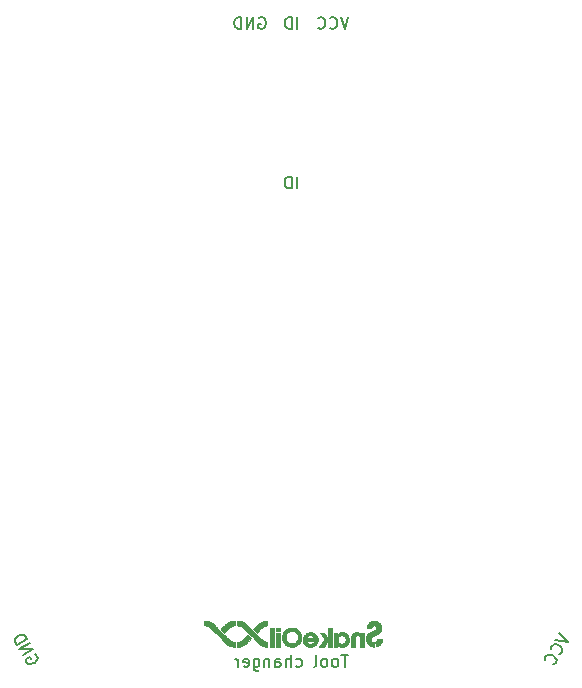
<source format=gbo>
G04 #@! TF.GenerationSoftware,KiCad,Pcbnew,5.1.9+dfsg1-1+deb11u1*
G04 #@! TF.CreationDate,2024-03-25T13:58:39+09:00*
G04 #@! TF.ProjectId,base,62617365-2e6b-4696-9361-645f70636258,rev?*
G04 #@! TF.SameCoordinates,Original*
G04 #@! TF.FileFunction,Legend,Bot*
G04 #@! TF.FilePolarity,Positive*
%FSLAX46Y46*%
G04 Gerber Fmt 4.6, Leading zero omitted, Abs format (unit mm)*
G04 Created by KiCad (PCBNEW 5.1.9+dfsg1-1+deb11u1) date 2024-03-25 13:58:39*
%MOMM*%
%LPD*%
G01*
G04 APERTURE LIST*
%ADD10C,0.150000*%
%ADD11C,0.010000*%
%ADD12C,7.000000*%
%ADD13C,10.000000*%
%ADD14C,9.500000*%
%ADD15C,2.500000*%
%ADD16C,2.000000*%
G04 APERTURE END LIST*
D10*
X164809523Y-143952380D02*
X164238095Y-143952380D01*
X164523809Y-144952380D02*
X164523809Y-143952380D01*
X163761904Y-144952380D02*
X163857142Y-144904761D01*
X163904761Y-144857142D01*
X163952380Y-144761904D01*
X163952380Y-144476190D01*
X163904761Y-144380952D01*
X163857142Y-144333333D01*
X163761904Y-144285714D01*
X163619047Y-144285714D01*
X163523809Y-144333333D01*
X163476190Y-144380952D01*
X163428571Y-144476190D01*
X163428571Y-144761904D01*
X163476190Y-144857142D01*
X163523809Y-144904761D01*
X163619047Y-144952380D01*
X163761904Y-144952380D01*
X162857142Y-144952380D02*
X162952380Y-144904761D01*
X163000000Y-144857142D01*
X163047619Y-144761904D01*
X163047619Y-144476190D01*
X163000000Y-144380952D01*
X162952380Y-144333333D01*
X162857142Y-144285714D01*
X162714285Y-144285714D01*
X162619047Y-144333333D01*
X162571428Y-144380952D01*
X162523809Y-144476190D01*
X162523809Y-144761904D01*
X162571428Y-144857142D01*
X162619047Y-144904761D01*
X162714285Y-144952380D01*
X162857142Y-144952380D01*
X161952380Y-144952380D02*
X162047619Y-144904761D01*
X162095238Y-144809523D01*
X162095238Y-143952380D01*
X160380952Y-144904761D02*
X160476190Y-144952380D01*
X160666666Y-144952380D01*
X160761904Y-144904761D01*
X160809523Y-144857142D01*
X160857142Y-144761904D01*
X160857142Y-144476190D01*
X160809523Y-144380952D01*
X160761904Y-144333333D01*
X160666666Y-144285714D01*
X160476190Y-144285714D01*
X160380952Y-144333333D01*
X159952380Y-144952380D02*
X159952380Y-143952380D01*
X159523809Y-144952380D02*
X159523809Y-144428571D01*
X159571428Y-144333333D01*
X159666666Y-144285714D01*
X159809523Y-144285714D01*
X159904761Y-144333333D01*
X159952380Y-144380952D01*
X158619047Y-144952380D02*
X158619047Y-144428571D01*
X158666666Y-144333333D01*
X158761904Y-144285714D01*
X158952380Y-144285714D01*
X159047619Y-144333333D01*
X158619047Y-144904761D02*
X158714285Y-144952380D01*
X158952380Y-144952380D01*
X159047619Y-144904761D01*
X159095238Y-144809523D01*
X159095238Y-144714285D01*
X159047619Y-144619047D01*
X158952380Y-144571428D01*
X158714285Y-144571428D01*
X158619047Y-144523809D01*
X158142857Y-144285714D02*
X158142857Y-144952380D01*
X158142857Y-144380952D02*
X158095238Y-144333333D01*
X158000000Y-144285714D01*
X157857142Y-144285714D01*
X157761904Y-144333333D01*
X157714285Y-144428571D01*
X157714285Y-144952380D01*
X156809523Y-144285714D02*
X156809523Y-145095238D01*
X156857142Y-145190476D01*
X156904761Y-145238095D01*
X157000000Y-145285714D01*
X157142857Y-145285714D01*
X157238095Y-145238095D01*
X156809523Y-144904761D02*
X156904761Y-144952380D01*
X157095238Y-144952380D01*
X157190476Y-144904761D01*
X157238095Y-144857142D01*
X157285714Y-144761904D01*
X157285714Y-144476190D01*
X157238095Y-144380952D01*
X157190476Y-144333333D01*
X157095238Y-144285714D01*
X156904761Y-144285714D01*
X156809523Y-144333333D01*
X155952380Y-144904761D02*
X156047619Y-144952380D01*
X156238095Y-144952380D01*
X156333333Y-144904761D01*
X156380952Y-144809523D01*
X156380952Y-144428571D01*
X156333333Y-144333333D01*
X156238095Y-144285714D01*
X156047619Y-144285714D01*
X155952380Y-144333333D01*
X155904761Y-144428571D01*
X155904761Y-144523809D01*
X156380952Y-144619047D01*
X155476190Y-144952380D02*
X155476190Y-144285714D01*
X155476190Y-144476190D02*
X155428571Y-144380952D01*
X155380952Y-144333333D01*
X155285714Y-144285714D01*
X155190476Y-144285714D01*
X182692414Y-142071489D02*
X183391773Y-142860165D01*
X182359081Y-142648840D01*
X182690247Y-143884767D02*
X182755295Y-143867338D01*
X182867963Y-143767429D01*
X182915582Y-143684951D01*
X182945772Y-143537423D01*
X182910912Y-143407326D01*
X182852243Y-143318467D01*
X182711095Y-143181990D01*
X182587377Y-143110561D01*
X182398611Y-143056562D01*
X182292323Y-143050183D01*
X182162225Y-143085042D01*
X182049557Y-143184951D01*
X182001938Y-143267429D01*
X181971749Y-143414957D01*
X181989178Y-143480006D01*
X182190247Y-144750793D02*
X182255295Y-144733363D01*
X182367963Y-144633455D01*
X182415582Y-144550976D01*
X182445772Y-144403449D01*
X182410912Y-144273351D01*
X182352243Y-144184493D01*
X182211095Y-144048015D01*
X182087377Y-143976587D01*
X181898611Y-143922588D01*
X181792323Y-143916208D01*
X181662225Y-143951068D01*
X181549557Y-144050976D01*
X181501938Y-144133455D01*
X181471749Y-144280982D01*
X181489178Y-144346031D01*
X138313965Y-143909828D02*
X138402823Y-143968497D01*
X138474252Y-144092215D01*
X138504441Y-144239743D01*
X138469581Y-144369840D01*
X138410912Y-144458699D01*
X138269764Y-144595176D01*
X138146047Y-144666605D01*
X137957280Y-144720604D01*
X137850992Y-144726983D01*
X137720894Y-144692124D01*
X137608226Y-144592215D01*
X137560607Y-144509737D01*
X137530418Y-144362209D01*
X137547848Y-144297161D01*
X137836523Y-144130494D01*
X137931761Y-144295451D01*
X137251083Y-143973626D02*
X138117109Y-143473626D01*
X136965369Y-143478754D01*
X137831394Y-142978754D01*
X136727274Y-143066361D02*
X137593299Y-142566361D01*
X137474252Y-142360165D01*
X137361584Y-142260256D01*
X137231486Y-142225397D01*
X137125198Y-142231776D01*
X136936431Y-142285775D01*
X136812713Y-142357204D01*
X136671565Y-142493681D01*
X136612896Y-142582539D01*
X136578037Y-142712637D01*
X136608226Y-142860165D01*
X136727274Y-143066361D01*
X160500000Y-104452380D02*
X160500000Y-103452380D01*
X160023809Y-104452380D02*
X160023809Y-103452380D01*
X159785714Y-103452380D01*
X159642857Y-103500000D01*
X159547619Y-103595238D01*
X159500000Y-103690476D01*
X159452380Y-103880952D01*
X159452380Y-104023809D01*
X159500000Y-104214285D01*
X159547619Y-104309523D01*
X159642857Y-104404761D01*
X159785714Y-104452380D01*
X160023809Y-104452380D01*
X157261904Y-90000000D02*
X157357142Y-89952380D01*
X157500000Y-89952380D01*
X157642857Y-90000000D01*
X157738095Y-90095238D01*
X157785714Y-90190476D01*
X157833333Y-90380952D01*
X157833333Y-90523809D01*
X157785714Y-90714285D01*
X157738095Y-90809523D01*
X157642857Y-90904761D01*
X157500000Y-90952380D01*
X157404761Y-90952380D01*
X157261904Y-90904761D01*
X157214285Y-90857142D01*
X157214285Y-90523809D01*
X157404761Y-90523809D01*
X156785714Y-90952380D02*
X156785714Y-89952380D01*
X156214285Y-90952380D01*
X156214285Y-89952380D01*
X155738095Y-90952380D02*
X155738095Y-89952380D01*
X155500000Y-89952380D01*
X155357142Y-90000000D01*
X155261904Y-90095238D01*
X155214285Y-90190476D01*
X155166666Y-90380952D01*
X155166666Y-90523809D01*
X155214285Y-90714285D01*
X155261904Y-90809523D01*
X155357142Y-90904761D01*
X155500000Y-90952380D01*
X155738095Y-90952380D01*
X160500000Y-90952380D02*
X160500000Y-89952380D01*
X160023809Y-90952380D02*
X160023809Y-89952380D01*
X159785714Y-89952380D01*
X159642857Y-90000000D01*
X159547619Y-90095238D01*
X159500000Y-90190476D01*
X159452380Y-90380952D01*
X159452380Y-90523809D01*
X159500000Y-90714285D01*
X159547619Y-90809523D01*
X159642857Y-90904761D01*
X159785714Y-90952380D01*
X160023809Y-90952380D01*
X164833333Y-89952380D02*
X164500000Y-90952380D01*
X164166666Y-89952380D01*
X163261904Y-90857142D02*
X163309523Y-90904761D01*
X163452380Y-90952380D01*
X163547619Y-90952380D01*
X163690476Y-90904761D01*
X163785714Y-90809523D01*
X163833333Y-90714285D01*
X163880952Y-90523809D01*
X163880952Y-90380952D01*
X163833333Y-90190476D01*
X163785714Y-90095238D01*
X163690476Y-90000000D01*
X163547619Y-89952380D01*
X163452380Y-89952380D01*
X163309523Y-90000000D01*
X163261904Y-90047619D01*
X162261904Y-90857142D02*
X162309523Y-90904761D01*
X162452380Y-90952380D01*
X162547619Y-90952380D01*
X162690476Y-90904761D01*
X162785714Y-90809523D01*
X162833333Y-90714285D01*
X162880952Y-90523809D01*
X162880952Y-90380952D01*
X162833333Y-90190476D01*
X162785714Y-90095238D01*
X162690476Y-90000000D01*
X162547619Y-89952380D01*
X162452380Y-89952380D01*
X162309523Y-90000000D01*
X162261904Y-90047619D01*
D11*
G36*
X164237969Y-142028865D02*
G01*
X164206061Y-142029486D01*
X164181504Y-142030878D01*
X164161623Y-142033285D01*
X164143745Y-142036956D01*
X164125197Y-142042135D01*
X164121150Y-142043380D01*
X164060636Y-142066728D01*
X164006904Y-142097743D01*
X163956404Y-142138591D01*
X163941763Y-142152677D01*
X163892550Y-142201660D01*
X163892550Y-142050800D01*
X163625850Y-142050800D01*
X163625850Y-143244600D01*
X163892550Y-143244600D01*
X163892744Y-143166812D01*
X163893138Y-143133203D01*
X163894186Y-143111337D01*
X163895984Y-143100270D01*
X163898628Y-143099058D01*
X163899496Y-143100293D01*
X163910247Y-143113377D01*
X163929107Y-143131230D01*
X163953480Y-143151795D01*
X163980765Y-143173016D01*
X164008364Y-143192834D01*
X164033679Y-143209193D01*
X164045499Y-143215872D01*
X164085946Y-143235291D01*
X164124295Y-143249224D01*
X164164253Y-143258546D01*
X164209522Y-143264133D01*
X164260850Y-143266779D01*
X164296242Y-143267332D01*
X164330468Y-143267067D01*
X164359780Y-143266064D01*
X164380429Y-143264400D01*
X164381500Y-143264254D01*
X164422273Y-143256036D01*
X164468622Y-143242818D01*
X164515867Y-143226226D01*
X164559329Y-143207887D01*
X164591050Y-143191407D01*
X164661816Y-143142389D01*
X164723439Y-143084859D01*
X164775565Y-143019470D01*
X164817841Y-142946877D01*
X164849914Y-142867734D01*
X164871429Y-142782696D01*
X164882032Y-142692418D01*
X164882967Y-142657650D01*
X164591050Y-142657650D01*
X164585666Y-142727751D01*
X164569730Y-142791168D01*
X164543565Y-142847457D01*
X164507495Y-142896174D01*
X164461845Y-142936877D01*
X164406938Y-142969120D01*
X164347559Y-142991210D01*
X164311309Y-142998350D01*
X164267635Y-143002028D01*
X164221347Y-143002190D01*
X164177253Y-142998778D01*
X164147141Y-142993522D01*
X164089049Y-142973665D01*
X164037196Y-142943432D01*
X163992889Y-142903855D01*
X163957440Y-142855963D01*
X163946420Y-142835504D01*
X163919691Y-142769526D01*
X163904937Y-142704754D01*
X163901844Y-142639194D01*
X163907229Y-142586802D01*
X163923891Y-142519211D01*
X163950223Y-142459125D01*
X163985487Y-142407186D01*
X164028947Y-142364031D01*
X164079865Y-142330301D01*
X164137504Y-142306636D01*
X164201128Y-142293674D01*
X164247756Y-142291302D01*
X164313896Y-142296410D01*
X164372465Y-142311049D01*
X164424869Y-142335768D01*
X164472511Y-142371112D01*
X164486395Y-142384175D01*
X164528320Y-142434181D01*
X164559513Y-142490696D01*
X164580049Y-142553915D01*
X164590004Y-142624033D01*
X164591050Y-142657650D01*
X164882967Y-142657650D01*
X164883150Y-142650875D01*
X164877607Y-142560316D01*
X164861282Y-142473511D01*
X164834630Y-142391591D01*
X164798106Y-142315688D01*
X164752166Y-142246931D01*
X164697267Y-142186452D01*
X164695360Y-142184659D01*
X164656702Y-142150620D01*
X164620143Y-142123659D01*
X164580631Y-142100357D01*
X164544526Y-142082528D01*
X164502068Y-142063756D01*
X164464540Y-142049813D01*
X164428630Y-142040025D01*
X164391025Y-142033719D01*
X164348413Y-142030222D01*
X164297479Y-142028861D01*
X164279900Y-142028768D01*
X164237969Y-142028865D01*
G37*
X164237969Y-142028865D02*
X164206061Y-142029486D01*
X164181504Y-142030878D01*
X164161623Y-142033285D01*
X164143745Y-142036956D01*
X164125197Y-142042135D01*
X164121150Y-142043380D01*
X164060636Y-142066728D01*
X164006904Y-142097743D01*
X163956404Y-142138591D01*
X163941763Y-142152677D01*
X163892550Y-142201660D01*
X163892550Y-142050800D01*
X163625850Y-142050800D01*
X163625850Y-143244600D01*
X163892550Y-143244600D01*
X163892744Y-143166812D01*
X163893138Y-143133203D01*
X163894186Y-143111337D01*
X163895984Y-143100270D01*
X163898628Y-143099058D01*
X163899496Y-143100293D01*
X163910247Y-143113377D01*
X163929107Y-143131230D01*
X163953480Y-143151795D01*
X163980765Y-143173016D01*
X164008364Y-143192834D01*
X164033679Y-143209193D01*
X164045499Y-143215872D01*
X164085946Y-143235291D01*
X164124295Y-143249224D01*
X164164253Y-143258546D01*
X164209522Y-143264133D01*
X164260850Y-143266779D01*
X164296242Y-143267332D01*
X164330468Y-143267067D01*
X164359780Y-143266064D01*
X164380429Y-143264400D01*
X164381500Y-143264254D01*
X164422273Y-143256036D01*
X164468622Y-143242818D01*
X164515867Y-143226226D01*
X164559329Y-143207887D01*
X164591050Y-143191407D01*
X164661816Y-143142389D01*
X164723439Y-143084859D01*
X164775565Y-143019470D01*
X164817841Y-142946877D01*
X164849914Y-142867734D01*
X164871429Y-142782696D01*
X164882032Y-142692418D01*
X164882967Y-142657650D01*
X164591050Y-142657650D01*
X164585666Y-142727751D01*
X164569730Y-142791168D01*
X164543565Y-142847457D01*
X164507495Y-142896174D01*
X164461845Y-142936877D01*
X164406938Y-142969120D01*
X164347559Y-142991210D01*
X164311309Y-142998350D01*
X164267635Y-143002028D01*
X164221347Y-143002190D01*
X164177253Y-142998778D01*
X164147141Y-142993522D01*
X164089049Y-142973665D01*
X164037196Y-142943432D01*
X163992889Y-142903855D01*
X163957440Y-142855963D01*
X163946420Y-142835504D01*
X163919691Y-142769526D01*
X163904937Y-142704754D01*
X163901844Y-142639194D01*
X163907229Y-142586802D01*
X163923891Y-142519211D01*
X163950223Y-142459125D01*
X163985487Y-142407186D01*
X164028947Y-142364031D01*
X164079865Y-142330301D01*
X164137504Y-142306636D01*
X164201128Y-142293674D01*
X164247756Y-142291302D01*
X164313896Y-142296410D01*
X164372465Y-142311049D01*
X164424869Y-142335768D01*
X164472511Y-142371112D01*
X164486395Y-142384175D01*
X164528320Y-142434181D01*
X164559513Y-142490696D01*
X164580049Y-142553915D01*
X164590004Y-142624033D01*
X164591050Y-142657650D01*
X164882967Y-142657650D01*
X164883150Y-142650875D01*
X164877607Y-142560316D01*
X164861282Y-142473511D01*
X164834630Y-142391591D01*
X164798106Y-142315688D01*
X164752166Y-142246931D01*
X164697267Y-142186452D01*
X164695360Y-142184659D01*
X164656702Y-142150620D01*
X164620143Y-142123659D01*
X164580631Y-142100357D01*
X164544526Y-142082528D01*
X164502068Y-142063756D01*
X164464540Y-142049813D01*
X164428630Y-142040025D01*
X164391025Y-142033719D01*
X164348413Y-142030222D01*
X164297479Y-142028861D01*
X164279900Y-142028768D01*
X164237969Y-142028865D01*
G36*
X161530620Y-142027971D02*
G01*
X161498850Y-142031330D01*
X161415343Y-142049773D01*
X161336597Y-142079593D01*
X161263509Y-142120068D01*
X161196973Y-142170479D01*
X161137886Y-142230103D01*
X161087144Y-142298220D01*
X161045641Y-142374110D01*
X161031410Y-142407541D01*
X161012316Y-142462602D01*
X160999179Y-142516745D01*
X160991300Y-142573970D01*
X160987980Y-142638280D01*
X160987775Y-142657225D01*
X160987946Y-142691496D01*
X160988651Y-142721843D01*
X160989789Y-142745715D01*
X160991260Y-142760563D01*
X160991989Y-142763587D01*
X160993441Y-142765708D01*
X160996511Y-142767541D01*
X161002066Y-142769108D01*
X161010971Y-142770429D01*
X161024095Y-142771525D01*
X161042303Y-142772417D01*
X161066463Y-142773126D01*
X161097441Y-142773671D01*
X161136104Y-142774076D01*
X161183320Y-142774359D01*
X161239954Y-142774542D01*
X161306874Y-142774646D01*
X161384946Y-142774691D01*
X161454640Y-142774700D01*
X161912727Y-142774700D01*
X161908441Y-142792162D01*
X161895244Y-142828015D01*
X161873895Y-142865671D01*
X161847174Y-142900459D01*
X161838643Y-142909519D01*
X161793769Y-142947099D01*
X161743092Y-142974789D01*
X161685598Y-142992962D01*
X161620277Y-143001989D01*
X161583407Y-143003191D01*
X161521181Y-142999367D01*
X161467043Y-142987137D01*
X161418911Y-142965705D01*
X161374706Y-142934274D01*
X161354386Y-142915516D01*
X161327646Y-142889000D01*
X161015145Y-142889000D01*
X161019570Y-142903287D01*
X161037411Y-142946147D01*
X161065015Y-142992812D01*
X161100907Y-143041174D01*
X161143610Y-143089124D01*
X161163277Y-143108686D01*
X161217737Y-143155946D01*
X161273411Y-143193497D01*
X161333695Y-143223241D01*
X161401989Y-143247079D01*
X161419225Y-143251936D01*
X161446431Y-143257331D01*
X161482850Y-143261779D01*
X161525021Y-143265121D01*
X161569480Y-143267197D01*
X161612766Y-143267846D01*
X161651418Y-143266909D01*
X161681971Y-143264226D01*
X161682750Y-143264114D01*
X161769536Y-143245388D01*
X161851601Y-143215818D01*
X161927986Y-143176194D01*
X161997735Y-143127310D01*
X162059890Y-143069957D01*
X162113493Y-143004927D01*
X162157588Y-142933012D01*
X162191215Y-142855004D01*
X162196458Y-142839194D01*
X162216992Y-142753645D01*
X162225355Y-142667024D01*
X162221825Y-142580621D01*
X162211136Y-142520700D01*
X161923948Y-142520700D01*
X161269145Y-142520700D01*
X161273157Y-142506412D01*
X161283682Y-142477920D01*
X161299370Y-142446053D01*
X161317788Y-142415029D01*
X161336505Y-142389063D01*
X161348092Y-142376511D01*
X161390258Y-142342995D01*
X161435191Y-142318478D01*
X161485098Y-142302194D01*
X161542185Y-142293377D01*
X161594154Y-142291188D01*
X161629403Y-142291507D01*
X161656281Y-142293140D01*
X161679096Y-142296661D01*
X161702156Y-142302644D01*
X161717979Y-142307681D01*
X161776043Y-142332397D01*
X161824741Y-142365245D01*
X161864906Y-142407020D01*
X161897375Y-142458519D01*
X161913230Y-142493712D01*
X161923948Y-142520700D01*
X162211136Y-142520700D01*
X162206680Y-142495727D01*
X162180198Y-142413633D01*
X162142656Y-142335629D01*
X162094332Y-142263006D01*
X162064721Y-142227446D01*
X162015246Y-142179783D01*
X161956366Y-142135437D01*
X161891300Y-142096374D01*
X161823271Y-142064562D01*
X161765300Y-142044629D01*
X161727480Y-142036545D01*
X161681108Y-142030638D01*
X161630179Y-142027107D01*
X161578685Y-142026152D01*
X161530620Y-142027971D01*
G37*
X161530620Y-142027971D02*
X161498850Y-142031330D01*
X161415343Y-142049773D01*
X161336597Y-142079593D01*
X161263509Y-142120068D01*
X161196973Y-142170479D01*
X161137886Y-142230103D01*
X161087144Y-142298220D01*
X161045641Y-142374110D01*
X161031410Y-142407541D01*
X161012316Y-142462602D01*
X160999179Y-142516745D01*
X160991300Y-142573970D01*
X160987980Y-142638280D01*
X160987775Y-142657225D01*
X160987946Y-142691496D01*
X160988651Y-142721843D01*
X160989789Y-142745715D01*
X160991260Y-142760563D01*
X160991989Y-142763587D01*
X160993441Y-142765708D01*
X160996511Y-142767541D01*
X161002066Y-142769108D01*
X161010971Y-142770429D01*
X161024095Y-142771525D01*
X161042303Y-142772417D01*
X161066463Y-142773126D01*
X161097441Y-142773671D01*
X161136104Y-142774076D01*
X161183320Y-142774359D01*
X161239954Y-142774542D01*
X161306874Y-142774646D01*
X161384946Y-142774691D01*
X161454640Y-142774700D01*
X161912727Y-142774700D01*
X161908441Y-142792162D01*
X161895244Y-142828015D01*
X161873895Y-142865671D01*
X161847174Y-142900459D01*
X161838643Y-142909519D01*
X161793769Y-142947099D01*
X161743092Y-142974789D01*
X161685598Y-142992962D01*
X161620277Y-143001989D01*
X161583407Y-143003191D01*
X161521181Y-142999367D01*
X161467043Y-142987137D01*
X161418911Y-142965705D01*
X161374706Y-142934274D01*
X161354386Y-142915516D01*
X161327646Y-142889000D01*
X161015145Y-142889000D01*
X161019570Y-142903287D01*
X161037411Y-142946147D01*
X161065015Y-142992812D01*
X161100907Y-143041174D01*
X161143610Y-143089124D01*
X161163277Y-143108686D01*
X161217737Y-143155946D01*
X161273411Y-143193497D01*
X161333695Y-143223241D01*
X161401989Y-143247079D01*
X161419225Y-143251936D01*
X161446431Y-143257331D01*
X161482850Y-143261779D01*
X161525021Y-143265121D01*
X161569480Y-143267197D01*
X161612766Y-143267846D01*
X161651418Y-143266909D01*
X161681971Y-143264226D01*
X161682750Y-143264114D01*
X161769536Y-143245388D01*
X161851601Y-143215818D01*
X161927986Y-143176194D01*
X161997735Y-143127310D01*
X162059890Y-143069957D01*
X162113493Y-143004927D01*
X162157588Y-142933012D01*
X162191215Y-142855004D01*
X162196458Y-142839194D01*
X162216992Y-142753645D01*
X162225355Y-142667024D01*
X162221825Y-142580621D01*
X162211136Y-142520700D01*
X161923948Y-142520700D01*
X161269145Y-142520700D01*
X161273157Y-142506412D01*
X161283682Y-142477920D01*
X161299370Y-142446053D01*
X161317788Y-142415029D01*
X161336505Y-142389063D01*
X161348092Y-142376511D01*
X161390258Y-142342995D01*
X161435191Y-142318478D01*
X161485098Y-142302194D01*
X161542185Y-142293377D01*
X161594154Y-142291188D01*
X161629403Y-142291507D01*
X161656281Y-142293140D01*
X161679096Y-142296661D01*
X161702156Y-142302644D01*
X161717979Y-142307681D01*
X161776043Y-142332397D01*
X161824741Y-142365245D01*
X161864906Y-142407020D01*
X161897375Y-142458519D01*
X161913230Y-142493712D01*
X161923948Y-142520700D01*
X162211136Y-142520700D01*
X162206680Y-142495727D01*
X162180198Y-142413633D01*
X162142656Y-142335629D01*
X162094332Y-142263006D01*
X162064721Y-142227446D01*
X162015246Y-142179783D01*
X161956366Y-142135437D01*
X161891300Y-142096374D01*
X161823271Y-142064562D01*
X161765300Y-142044629D01*
X161727480Y-142036545D01*
X161681108Y-142030638D01*
X161630179Y-142027107D01*
X161578685Y-142026152D01*
X161530620Y-142027971D01*
G36*
X159975133Y-141629879D02*
G01*
X159922014Y-141633093D01*
X159875301Y-141638582D01*
X159850069Y-141643367D01*
X159748327Y-141672930D01*
X159653858Y-141712885D01*
X159566755Y-141763168D01*
X159487111Y-141823713D01*
X159415020Y-141894454D01*
X159350576Y-141975327D01*
X159329681Y-142006268D01*
X159283387Y-142089146D01*
X159246962Y-142178436D01*
X159220852Y-142272089D01*
X159205506Y-142368057D01*
X159201371Y-142464290D01*
X159208896Y-142558740D01*
X159208905Y-142558800D01*
X159217151Y-142610150D01*
X159226146Y-142653443D01*
X159237116Y-142693310D01*
X159251289Y-142734383D01*
X159264090Y-142767119D01*
X159307738Y-142858564D01*
X159361266Y-142942365D01*
X159424034Y-143017990D01*
X159495400Y-143084907D01*
X159574721Y-143142582D01*
X159661356Y-143190483D01*
X159754663Y-143228076D01*
X159850775Y-143254155D01*
X159881682Y-143259021D01*
X159921698Y-143262919D01*
X159967263Y-143265729D01*
X160014816Y-143267329D01*
X160060794Y-143267600D01*
X160101637Y-143266420D01*
X160133350Y-143263727D01*
X160231927Y-143244467D01*
X160326961Y-143213646D01*
X160417388Y-143171994D01*
X160502140Y-143120241D01*
X160580151Y-143059116D01*
X160650354Y-142989350D01*
X160711684Y-142911672D01*
X160758074Y-142836229D01*
X160797445Y-142750864D01*
X160826972Y-142659921D01*
X160846147Y-142565903D01*
X160854465Y-142471309D01*
X160853012Y-142427110D01*
X160552575Y-142427110D01*
X160551997Y-142486001D01*
X160546712Y-142541546D01*
X160539211Y-142579963D01*
X160512738Y-142659227D01*
X160475920Y-142731572D01*
X160429468Y-142796310D01*
X160374092Y-142852754D01*
X160310505Y-142900217D01*
X160239416Y-142938010D01*
X160161537Y-142965446D01*
X160133350Y-142972356D01*
X160081338Y-142979951D01*
X160022806Y-142982189D01*
X159962689Y-142979200D01*
X159905920Y-142971112D01*
X159882525Y-142965777D01*
X159808478Y-142940135D01*
X159739947Y-142903775D01*
X159678167Y-142857691D01*
X159624373Y-142802877D01*
X159579799Y-142740324D01*
X159562132Y-142708025D01*
X159530759Y-142632095D01*
X159510841Y-142554775D01*
X159501947Y-142477149D01*
X159503645Y-142400301D01*
X159515505Y-142325318D01*
X159537095Y-142253282D01*
X159567984Y-142185280D01*
X159607741Y-142122396D01*
X159655934Y-142065715D01*
X159712132Y-142016322D01*
X159775905Y-141975301D01*
X159846821Y-141943737D01*
X159868826Y-141936457D01*
X159941887Y-141919857D01*
X160016533Y-141913710D01*
X160080169Y-141917224D01*
X160160153Y-141931666D01*
X160231418Y-141954122D01*
X160295671Y-141985348D01*
X160354617Y-142026103D01*
X160385374Y-142052837D01*
X160441193Y-142113344D01*
X160486069Y-142180295D01*
X160520025Y-142253727D01*
X160539584Y-142318176D01*
X160548440Y-142369594D01*
X160552575Y-142427110D01*
X160853012Y-142427110D01*
X160851417Y-142378643D01*
X160851223Y-142376699D01*
X160834746Y-142272303D01*
X160807130Y-142173586D01*
X160768707Y-142081036D01*
X160719812Y-141995142D01*
X160660777Y-141916394D01*
X160591935Y-141845281D01*
X160513618Y-141782290D01*
X160426159Y-141727911D01*
X160400389Y-141714451D01*
X160352327Y-141693060D01*
X160296211Y-141672585D01*
X160236670Y-141654566D01*
X160178335Y-141640542D01*
X160177800Y-141640432D01*
X160135991Y-141634217D01*
X160085814Y-141630408D01*
X160030964Y-141628973D01*
X159975133Y-141629879D01*
G37*
X159975133Y-141629879D02*
X159922014Y-141633093D01*
X159875301Y-141638582D01*
X159850069Y-141643367D01*
X159748327Y-141672930D01*
X159653858Y-141712885D01*
X159566755Y-141763168D01*
X159487111Y-141823713D01*
X159415020Y-141894454D01*
X159350576Y-141975327D01*
X159329681Y-142006268D01*
X159283387Y-142089146D01*
X159246962Y-142178436D01*
X159220852Y-142272089D01*
X159205506Y-142368057D01*
X159201371Y-142464290D01*
X159208896Y-142558740D01*
X159208905Y-142558800D01*
X159217151Y-142610150D01*
X159226146Y-142653443D01*
X159237116Y-142693310D01*
X159251289Y-142734383D01*
X159264090Y-142767119D01*
X159307738Y-142858564D01*
X159361266Y-142942365D01*
X159424034Y-143017990D01*
X159495400Y-143084907D01*
X159574721Y-143142582D01*
X159661356Y-143190483D01*
X159754663Y-143228076D01*
X159850775Y-143254155D01*
X159881682Y-143259021D01*
X159921698Y-143262919D01*
X159967263Y-143265729D01*
X160014816Y-143267329D01*
X160060794Y-143267600D01*
X160101637Y-143266420D01*
X160133350Y-143263727D01*
X160231927Y-143244467D01*
X160326961Y-143213646D01*
X160417388Y-143171994D01*
X160502140Y-143120241D01*
X160580151Y-143059116D01*
X160650354Y-142989350D01*
X160711684Y-142911672D01*
X160758074Y-142836229D01*
X160797445Y-142750864D01*
X160826972Y-142659921D01*
X160846147Y-142565903D01*
X160854465Y-142471309D01*
X160853012Y-142427110D01*
X160552575Y-142427110D01*
X160551997Y-142486001D01*
X160546712Y-142541546D01*
X160539211Y-142579963D01*
X160512738Y-142659227D01*
X160475920Y-142731572D01*
X160429468Y-142796310D01*
X160374092Y-142852754D01*
X160310505Y-142900217D01*
X160239416Y-142938010D01*
X160161537Y-142965446D01*
X160133350Y-142972356D01*
X160081338Y-142979951D01*
X160022806Y-142982189D01*
X159962689Y-142979200D01*
X159905920Y-142971112D01*
X159882525Y-142965777D01*
X159808478Y-142940135D01*
X159739947Y-142903775D01*
X159678167Y-142857691D01*
X159624373Y-142802877D01*
X159579799Y-142740324D01*
X159562132Y-142708025D01*
X159530759Y-142632095D01*
X159510841Y-142554775D01*
X159501947Y-142477149D01*
X159503645Y-142400301D01*
X159515505Y-142325318D01*
X159537095Y-142253282D01*
X159567984Y-142185280D01*
X159607741Y-142122396D01*
X159655934Y-142065715D01*
X159712132Y-142016322D01*
X159775905Y-141975301D01*
X159846821Y-141943737D01*
X159868826Y-141936457D01*
X159941887Y-141919857D01*
X160016533Y-141913710D01*
X160080169Y-141917224D01*
X160160153Y-141931666D01*
X160231418Y-141954122D01*
X160295671Y-141985348D01*
X160354617Y-142026103D01*
X160385374Y-142052837D01*
X160441193Y-142113344D01*
X160486069Y-142180295D01*
X160520025Y-142253727D01*
X160539584Y-142318176D01*
X160548440Y-142369594D01*
X160552575Y-142427110D01*
X160853012Y-142427110D01*
X160851417Y-142378643D01*
X160851223Y-142376699D01*
X160834746Y-142272303D01*
X160807130Y-142173586D01*
X160768707Y-142081036D01*
X160719812Y-141995142D01*
X160660777Y-141916394D01*
X160591935Y-141845281D01*
X160513618Y-141782290D01*
X160426159Y-141727911D01*
X160400389Y-141714451D01*
X160352327Y-141693060D01*
X160296211Y-141672585D01*
X160236670Y-141654566D01*
X160178335Y-141640542D01*
X160177800Y-141640432D01*
X160135991Y-141634217D01*
X160085814Y-141630408D01*
X160030964Y-141628973D01*
X159975133Y-141629879D01*
G36*
X155378701Y-141246371D02*
G01*
X155377027Y-141453900D01*
X155424621Y-141453899D01*
X155502986Y-141459486D01*
X155583255Y-141475554D01*
X155662502Y-141501071D01*
X155737804Y-141535002D01*
X155806234Y-141576313D01*
X155837575Y-141599915D01*
X155844200Y-141606117D01*
X155859308Y-141620781D01*
X155882390Y-141643404D01*
X155912936Y-141673479D01*
X155950438Y-141710501D01*
X155994385Y-141753967D01*
X156044269Y-141803371D01*
X156099579Y-141858208D01*
X156159806Y-141917973D01*
X156224441Y-141982161D01*
X156292974Y-142050268D01*
X156364896Y-142121788D01*
X156439697Y-142196217D01*
X156516868Y-142273049D01*
X156532900Y-142289016D01*
X156627509Y-142383243D01*
X156713562Y-142468928D01*
X156791494Y-142546497D01*
X156861744Y-142616376D01*
X156924747Y-142678990D01*
X156980941Y-142734766D01*
X157030762Y-142784129D01*
X157074646Y-142827504D01*
X157113032Y-142865318D01*
X157146355Y-142897996D01*
X157175053Y-142925964D01*
X157199561Y-142949647D01*
X157220317Y-142969472D01*
X157237758Y-142985863D01*
X157252320Y-142999246D01*
X157264440Y-143010048D01*
X157274555Y-143018694D01*
X157283102Y-143025609D01*
X157290517Y-143031220D01*
X157297237Y-143035952D01*
X157303547Y-143040132D01*
X157319447Y-143050732D01*
X157330442Y-143058618D01*
X157333000Y-143060806D01*
X157343057Y-143068792D01*
X157362141Y-143080981D01*
X157387837Y-143096065D01*
X157417732Y-143112732D01*
X157449413Y-143129675D01*
X157480465Y-143145582D01*
X157508473Y-143159144D01*
X157531025Y-143169051D01*
X157536200Y-143171054D01*
X157607622Y-143196174D01*
X157671231Y-143215545D01*
X157730155Y-143229869D01*
X157787519Y-143239848D01*
X157846452Y-143246184D01*
X157880688Y-143248371D01*
X157968000Y-143252797D01*
X157968000Y-142840070D01*
X157899867Y-142835665D01*
X157814430Y-142824905D01*
X157733720Y-142803577D01*
X157655332Y-142770925D01*
X157602875Y-142742314D01*
X157575429Y-142725103D01*
X157547784Y-142706348D01*
X157524926Y-142689465D01*
X157520325Y-142685757D01*
X157512262Y-142678322D01*
X157495732Y-142662419D01*
X157471253Y-142638558D01*
X157439338Y-142607251D01*
X157400505Y-142569008D01*
X157355269Y-142524339D01*
X157304145Y-142473756D01*
X157247650Y-142417769D01*
X157186298Y-142356890D01*
X157120606Y-142291628D01*
X157051089Y-142222495D01*
X156978262Y-142150001D01*
X156902643Y-142074657D01*
X156824745Y-141996974D01*
X156799600Y-141971884D01*
X156721120Y-141893630D01*
X156644751Y-141817615D01*
X156571009Y-141744346D01*
X156500409Y-141674328D01*
X156433466Y-141608069D01*
X156370695Y-141546074D01*
X156312612Y-141488851D01*
X156259730Y-141436905D01*
X156212566Y-141390742D01*
X156171634Y-141350871D01*
X156137449Y-141317796D01*
X156110526Y-141292024D01*
X156091380Y-141274062D01*
X156080527Y-141264417D01*
X156078875Y-141263160D01*
X156061426Y-141251213D01*
X156048626Y-141241846D01*
X156043950Y-141237811D01*
X156035697Y-141231223D01*
X156018506Y-141220247D01*
X155994780Y-141206216D01*
X155966920Y-141190464D01*
X155937327Y-141174323D01*
X155908404Y-141159127D01*
X155882551Y-141146208D01*
X155862170Y-141136900D01*
X155862160Y-141136896D01*
X155837557Y-141126567D01*
X155816232Y-141117576D01*
X155801860Y-141111473D01*
X155799475Y-141110447D01*
X155754713Y-141093905D01*
X155700505Y-141078491D01*
X155640093Y-141064832D01*
X155576723Y-141053557D01*
X155513636Y-141045295D01*
X155454079Y-141040674D01*
X155436273Y-141040067D01*
X155380375Y-141038843D01*
X155378701Y-141246371D01*
G37*
X155378701Y-141246371D02*
X155377027Y-141453900D01*
X155424621Y-141453899D01*
X155502986Y-141459486D01*
X155583255Y-141475554D01*
X155662502Y-141501071D01*
X155737804Y-141535002D01*
X155806234Y-141576313D01*
X155837575Y-141599915D01*
X155844200Y-141606117D01*
X155859308Y-141620781D01*
X155882390Y-141643404D01*
X155912936Y-141673479D01*
X155950438Y-141710501D01*
X155994385Y-141753967D01*
X156044269Y-141803371D01*
X156099579Y-141858208D01*
X156159806Y-141917973D01*
X156224441Y-141982161D01*
X156292974Y-142050268D01*
X156364896Y-142121788D01*
X156439697Y-142196217D01*
X156516868Y-142273049D01*
X156532900Y-142289016D01*
X156627509Y-142383243D01*
X156713562Y-142468928D01*
X156791494Y-142546497D01*
X156861744Y-142616376D01*
X156924747Y-142678990D01*
X156980941Y-142734766D01*
X157030762Y-142784129D01*
X157074646Y-142827504D01*
X157113032Y-142865318D01*
X157146355Y-142897996D01*
X157175053Y-142925964D01*
X157199561Y-142949647D01*
X157220317Y-142969472D01*
X157237758Y-142985863D01*
X157252320Y-142999246D01*
X157264440Y-143010048D01*
X157274555Y-143018694D01*
X157283102Y-143025609D01*
X157290517Y-143031220D01*
X157297237Y-143035952D01*
X157303547Y-143040132D01*
X157319447Y-143050732D01*
X157330442Y-143058618D01*
X157333000Y-143060806D01*
X157343057Y-143068792D01*
X157362141Y-143080981D01*
X157387837Y-143096065D01*
X157417732Y-143112732D01*
X157449413Y-143129675D01*
X157480465Y-143145582D01*
X157508473Y-143159144D01*
X157531025Y-143169051D01*
X157536200Y-143171054D01*
X157607622Y-143196174D01*
X157671231Y-143215545D01*
X157730155Y-143229869D01*
X157787519Y-143239848D01*
X157846452Y-143246184D01*
X157880688Y-143248371D01*
X157968000Y-143252797D01*
X157968000Y-142840070D01*
X157899867Y-142835665D01*
X157814430Y-142824905D01*
X157733720Y-142803577D01*
X157655332Y-142770925D01*
X157602875Y-142742314D01*
X157575429Y-142725103D01*
X157547784Y-142706348D01*
X157524926Y-142689465D01*
X157520325Y-142685757D01*
X157512262Y-142678322D01*
X157495732Y-142662419D01*
X157471253Y-142638558D01*
X157439338Y-142607251D01*
X157400505Y-142569008D01*
X157355269Y-142524339D01*
X157304145Y-142473756D01*
X157247650Y-142417769D01*
X157186298Y-142356890D01*
X157120606Y-142291628D01*
X157051089Y-142222495D01*
X156978262Y-142150001D01*
X156902643Y-142074657D01*
X156824745Y-141996974D01*
X156799600Y-141971884D01*
X156721120Y-141893630D01*
X156644751Y-141817615D01*
X156571009Y-141744346D01*
X156500409Y-141674328D01*
X156433466Y-141608069D01*
X156370695Y-141546074D01*
X156312612Y-141488851D01*
X156259730Y-141436905D01*
X156212566Y-141390742D01*
X156171634Y-141350871D01*
X156137449Y-141317796D01*
X156110526Y-141292024D01*
X156091380Y-141274062D01*
X156080527Y-141264417D01*
X156078875Y-141263160D01*
X156061426Y-141251213D01*
X156048626Y-141241846D01*
X156043950Y-141237811D01*
X156035697Y-141231223D01*
X156018506Y-141220247D01*
X155994780Y-141206216D01*
X155966920Y-141190464D01*
X155937327Y-141174323D01*
X155908404Y-141159127D01*
X155882551Y-141146208D01*
X155862170Y-141136900D01*
X155862160Y-141136896D01*
X155837557Y-141126567D01*
X155816232Y-141117576D01*
X155801860Y-141111473D01*
X155799475Y-141110447D01*
X155754713Y-141093905D01*
X155700505Y-141078491D01*
X155640093Y-141064832D01*
X155576723Y-141053557D01*
X155513636Y-141045295D01*
X155454079Y-141040674D01*
X155436273Y-141040067D01*
X155380375Y-141038843D01*
X155378701Y-141246371D01*
G36*
X156296770Y-142245656D02*
G01*
X156283301Y-142258153D01*
X156262635Y-142277930D01*
X156235652Y-142304126D01*
X156203235Y-142335882D01*
X156166264Y-142372336D01*
X156125621Y-142412629D01*
X156082187Y-142455899D01*
X156076077Y-142462003D01*
X156019386Y-142518448D01*
X155970714Y-142566438D01*
X155929297Y-142606691D01*
X155894367Y-142639923D01*
X155865159Y-142666850D01*
X155840907Y-142688190D01*
X155820844Y-142704659D01*
X155804206Y-142716973D01*
X155801744Y-142718650D01*
X155727146Y-142763481D01*
X155652858Y-142796866D01*
X155576216Y-142819707D01*
X155494555Y-142832905D01*
X155454988Y-142835964D01*
X155377200Y-142840159D01*
X155377200Y-143250950D01*
X155439113Y-143250018D01*
X155472561Y-143249087D01*
X155507429Y-143247423D01*
X155537646Y-143245335D01*
X155545475Y-143244614D01*
X155575010Y-143240859D01*
X155609227Y-143235309D01*
X155644188Y-143228725D01*
X155675953Y-143221869D01*
X155700586Y-143215502D01*
X155707400Y-143213318D01*
X155721122Y-143208766D01*
X155742650Y-143201915D01*
X155767633Y-143194148D01*
X155770900Y-143193145D01*
X155790949Y-143185975D01*
X155817955Y-143174888D01*
X155849538Y-143161016D01*
X155883317Y-143145492D01*
X155916911Y-143129451D01*
X155947938Y-143114026D01*
X155974018Y-143100350D01*
X155992769Y-143089556D01*
X156001074Y-143083585D01*
X156011193Y-143075696D01*
X156027302Y-143064947D01*
X156034425Y-143060547D01*
X156050203Y-143050666D01*
X156060885Y-143043279D01*
X156063000Y-143041438D01*
X156069235Y-143036061D01*
X156082991Y-143025141D01*
X156101633Y-143010761D01*
X156107450Y-143006336D01*
X156120211Y-142995575D01*
X156140841Y-142976820D01*
X156168274Y-142951097D01*
X156201441Y-142919433D01*
X156239274Y-142882856D01*
X156280704Y-142842393D01*
X156324663Y-142799070D01*
X156370084Y-142753914D01*
X156371991Y-142752009D01*
X156595257Y-142528978D01*
X156451315Y-142385139D01*
X156416157Y-142350162D01*
X156383784Y-142318256D01*
X156355303Y-142290489D01*
X156331822Y-142267929D01*
X156314449Y-142251644D01*
X156304290Y-142242702D01*
X156302160Y-142241300D01*
X156296770Y-142245656D01*
G37*
X156296770Y-142245656D02*
X156283301Y-142258153D01*
X156262635Y-142277930D01*
X156235652Y-142304126D01*
X156203235Y-142335882D01*
X156166264Y-142372336D01*
X156125621Y-142412629D01*
X156082187Y-142455899D01*
X156076077Y-142462003D01*
X156019386Y-142518448D01*
X155970714Y-142566438D01*
X155929297Y-142606691D01*
X155894367Y-142639923D01*
X155865159Y-142666850D01*
X155840907Y-142688190D01*
X155820844Y-142704659D01*
X155804206Y-142716973D01*
X155801744Y-142718650D01*
X155727146Y-142763481D01*
X155652858Y-142796866D01*
X155576216Y-142819707D01*
X155494555Y-142832905D01*
X155454988Y-142835964D01*
X155377200Y-142840159D01*
X155377200Y-143250950D01*
X155439113Y-143250018D01*
X155472561Y-143249087D01*
X155507429Y-143247423D01*
X155537646Y-143245335D01*
X155545475Y-143244614D01*
X155575010Y-143240859D01*
X155609227Y-143235309D01*
X155644188Y-143228725D01*
X155675953Y-143221869D01*
X155700586Y-143215502D01*
X155707400Y-143213318D01*
X155721122Y-143208766D01*
X155742650Y-143201915D01*
X155767633Y-143194148D01*
X155770900Y-143193145D01*
X155790949Y-143185975D01*
X155817955Y-143174888D01*
X155849538Y-143161016D01*
X155883317Y-143145492D01*
X155916911Y-143129451D01*
X155947938Y-143114026D01*
X155974018Y-143100350D01*
X155992769Y-143089556D01*
X156001074Y-143083585D01*
X156011193Y-143075696D01*
X156027302Y-143064947D01*
X156034425Y-143060547D01*
X156050203Y-143050666D01*
X156060885Y-143043279D01*
X156063000Y-143041438D01*
X156069235Y-143036061D01*
X156082991Y-143025141D01*
X156101633Y-143010761D01*
X156107450Y-143006336D01*
X156120211Y-142995575D01*
X156140841Y-142976820D01*
X156168274Y-142951097D01*
X156201441Y-142919433D01*
X156239274Y-142882856D01*
X156280704Y-142842393D01*
X156324663Y-142799070D01*
X156370084Y-142753914D01*
X156371991Y-142752009D01*
X156595257Y-142528978D01*
X156451315Y-142385139D01*
X156416157Y-142350162D01*
X156383784Y-142318256D01*
X156355303Y-142290489D01*
X156331822Y-142267929D01*
X156314449Y-142251644D01*
X156304290Y-142242702D01*
X156302160Y-142241300D01*
X156296770Y-142245656D01*
G36*
X152616538Y-141040609D02*
G01*
X152614259Y-141043473D01*
X152612428Y-141052416D01*
X152611007Y-141068480D01*
X152609954Y-141092704D01*
X152609231Y-141126129D01*
X152608798Y-141169797D01*
X152608613Y-141224747D01*
X152608600Y-141247525D01*
X152608600Y-141453900D01*
X152659283Y-141453899D01*
X152739709Y-141459514D01*
X152821413Y-141475710D01*
X152901631Y-141501519D01*
X152977600Y-141535971D01*
X153046557Y-141578095D01*
X153075325Y-141599915D01*
X153081950Y-141606117D01*
X153097058Y-141620781D01*
X153120140Y-141643404D01*
X153150686Y-141673479D01*
X153188188Y-141710501D01*
X153232135Y-141753967D01*
X153282019Y-141803371D01*
X153337329Y-141858208D01*
X153397556Y-141917973D01*
X153462191Y-141982161D01*
X153530724Y-142050268D01*
X153602646Y-142121788D01*
X153677447Y-142196217D01*
X153754618Y-142273049D01*
X153770650Y-142289016D01*
X153865259Y-142383243D01*
X153951312Y-142468928D01*
X154029244Y-142546497D01*
X154099494Y-142616376D01*
X154162497Y-142678990D01*
X154218691Y-142734766D01*
X154268512Y-142784129D01*
X154312396Y-142827504D01*
X154350782Y-142865318D01*
X154384105Y-142897996D01*
X154412803Y-142925964D01*
X154437311Y-142949647D01*
X154458067Y-142969472D01*
X154475508Y-142985863D01*
X154490070Y-142999246D01*
X154502190Y-143010048D01*
X154512305Y-143018694D01*
X154520852Y-143025609D01*
X154528267Y-143031220D01*
X154534987Y-143035952D01*
X154541297Y-143040132D01*
X154557197Y-143050732D01*
X154568192Y-143058618D01*
X154570750Y-143060806D01*
X154580807Y-143068792D01*
X154599891Y-143080981D01*
X154625587Y-143096065D01*
X154655482Y-143112732D01*
X154687163Y-143129675D01*
X154718215Y-143145582D01*
X154746223Y-143159144D01*
X154768775Y-143169051D01*
X154773950Y-143171054D01*
X154845372Y-143196174D01*
X154908981Y-143215545D01*
X154967905Y-143229869D01*
X155025269Y-143239848D01*
X155084202Y-143246184D01*
X155118438Y-143248371D01*
X155205750Y-143252797D01*
X155205750Y-142840070D01*
X155137617Y-142835665D01*
X155052180Y-142824905D01*
X154971470Y-142803577D01*
X154893082Y-142770925D01*
X154840625Y-142742314D01*
X154813179Y-142725103D01*
X154785534Y-142706348D01*
X154762676Y-142689465D01*
X154758075Y-142685757D01*
X154750012Y-142678322D01*
X154733482Y-142662419D01*
X154709003Y-142638558D01*
X154677088Y-142607251D01*
X154638255Y-142569008D01*
X154593019Y-142524339D01*
X154541895Y-142473756D01*
X154485400Y-142417769D01*
X154424048Y-142356890D01*
X154358356Y-142291628D01*
X154288839Y-142222495D01*
X154216012Y-142150001D01*
X154140393Y-142074657D01*
X154062495Y-141996974D01*
X154037350Y-141971884D01*
X153958870Y-141893630D01*
X153882501Y-141817615D01*
X153808759Y-141744346D01*
X153738159Y-141674328D01*
X153671216Y-141608069D01*
X153608445Y-141546074D01*
X153550362Y-141488851D01*
X153497480Y-141436905D01*
X153450316Y-141390742D01*
X153409384Y-141350871D01*
X153375199Y-141317796D01*
X153348276Y-141292024D01*
X153329130Y-141274062D01*
X153318277Y-141264417D01*
X153316625Y-141263160D01*
X153299176Y-141251213D01*
X153286376Y-141241846D01*
X153281700Y-141237811D01*
X153273447Y-141231223D01*
X153256256Y-141220247D01*
X153232530Y-141206216D01*
X153204670Y-141190464D01*
X153175077Y-141174323D01*
X153146154Y-141159127D01*
X153120301Y-141146208D01*
X153099920Y-141136900D01*
X153099910Y-141136896D01*
X153075307Y-141126567D01*
X153053982Y-141117576D01*
X153039610Y-141111473D01*
X153037225Y-141110447D01*
X152990969Y-141093423D01*
X152935303Y-141077813D01*
X152873491Y-141064158D01*
X152808792Y-141052998D01*
X152744470Y-141044876D01*
X152683784Y-141040333D01*
X152629997Y-141039910D01*
X152616538Y-141040609D01*
G37*
X152616538Y-141040609D02*
X152614259Y-141043473D01*
X152612428Y-141052416D01*
X152611007Y-141068480D01*
X152609954Y-141092704D01*
X152609231Y-141126129D01*
X152608798Y-141169797D01*
X152608613Y-141224747D01*
X152608600Y-141247525D01*
X152608600Y-141453900D01*
X152659283Y-141453899D01*
X152739709Y-141459514D01*
X152821413Y-141475710D01*
X152901631Y-141501519D01*
X152977600Y-141535971D01*
X153046557Y-141578095D01*
X153075325Y-141599915D01*
X153081950Y-141606117D01*
X153097058Y-141620781D01*
X153120140Y-141643404D01*
X153150686Y-141673479D01*
X153188188Y-141710501D01*
X153232135Y-141753967D01*
X153282019Y-141803371D01*
X153337329Y-141858208D01*
X153397556Y-141917973D01*
X153462191Y-141982161D01*
X153530724Y-142050268D01*
X153602646Y-142121788D01*
X153677447Y-142196217D01*
X153754618Y-142273049D01*
X153770650Y-142289016D01*
X153865259Y-142383243D01*
X153951312Y-142468928D01*
X154029244Y-142546497D01*
X154099494Y-142616376D01*
X154162497Y-142678990D01*
X154218691Y-142734766D01*
X154268512Y-142784129D01*
X154312396Y-142827504D01*
X154350782Y-142865318D01*
X154384105Y-142897996D01*
X154412803Y-142925964D01*
X154437311Y-142949647D01*
X154458067Y-142969472D01*
X154475508Y-142985863D01*
X154490070Y-142999246D01*
X154502190Y-143010048D01*
X154512305Y-143018694D01*
X154520852Y-143025609D01*
X154528267Y-143031220D01*
X154534987Y-143035952D01*
X154541297Y-143040132D01*
X154557197Y-143050732D01*
X154568192Y-143058618D01*
X154570750Y-143060806D01*
X154580807Y-143068792D01*
X154599891Y-143080981D01*
X154625587Y-143096065D01*
X154655482Y-143112732D01*
X154687163Y-143129675D01*
X154718215Y-143145582D01*
X154746223Y-143159144D01*
X154768775Y-143169051D01*
X154773950Y-143171054D01*
X154845372Y-143196174D01*
X154908981Y-143215545D01*
X154967905Y-143229869D01*
X155025269Y-143239848D01*
X155084202Y-143246184D01*
X155118438Y-143248371D01*
X155205750Y-143252797D01*
X155205750Y-142840070D01*
X155137617Y-142835665D01*
X155052180Y-142824905D01*
X154971470Y-142803577D01*
X154893082Y-142770925D01*
X154840625Y-142742314D01*
X154813179Y-142725103D01*
X154785534Y-142706348D01*
X154762676Y-142689465D01*
X154758075Y-142685757D01*
X154750012Y-142678322D01*
X154733482Y-142662419D01*
X154709003Y-142638558D01*
X154677088Y-142607251D01*
X154638255Y-142569008D01*
X154593019Y-142524339D01*
X154541895Y-142473756D01*
X154485400Y-142417769D01*
X154424048Y-142356890D01*
X154358356Y-142291628D01*
X154288839Y-142222495D01*
X154216012Y-142150001D01*
X154140393Y-142074657D01*
X154062495Y-141996974D01*
X154037350Y-141971884D01*
X153958870Y-141893630D01*
X153882501Y-141817615D01*
X153808759Y-141744346D01*
X153738159Y-141674328D01*
X153671216Y-141608069D01*
X153608445Y-141546074D01*
X153550362Y-141488851D01*
X153497480Y-141436905D01*
X153450316Y-141390742D01*
X153409384Y-141350871D01*
X153375199Y-141317796D01*
X153348276Y-141292024D01*
X153329130Y-141274062D01*
X153318277Y-141264417D01*
X153316625Y-141263160D01*
X153299176Y-141251213D01*
X153286376Y-141241846D01*
X153281700Y-141237811D01*
X153273447Y-141231223D01*
X153256256Y-141220247D01*
X153232530Y-141206216D01*
X153204670Y-141190464D01*
X153175077Y-141174323D01*
X153146154Y-141159127D01*
X153120301Y-141146208D01*
X153099920Y-141136900D01*
X153099910Y-141136896D01*
X153075307Y-141126567D01*
X153053982Y-141117576D01*
X153039610Y-141111473D01*
X153037225Y-141110447D01*
X152990969Y-141093423D01*
X152935303Y-141077813D01*
X152873491Y-141064158D01*
X152808792Y-141052998D01*
X152744470Y-141044876D01*
X152683784Y-141040333D01*
X152629997Y-141039910D01*
X152616538Y-141040609D01*
G36*
X166940804Y-141057287D02*
G01*
X166897205Y-141059596D01*
X166859961Y-141063423D01*
X166832600Y-141068663D01*
X166743674Y-141098374D01*
X166664192Y-141136281D01*
X166593572Y-141182781D01*
X166531232Y-141238275D01*
X166476591Y-141303162D01*
X166463309Y-141322010D01*
X166431236Y-141376367D01*
X166405557Y-141436202D01*
X166385665Y-141503376D01*
X166370949Y-141579747D01*
X166365492Y-141620676D01*
X166361215Y-141657277D01*
X166566190Y-141655601D01*
X166771166Y-141653925D01*
X166779172Y-141614664D01*
X166792267Y-141566651D01*
X166810705Y-141527698D01*
X166835989Y-141494761D01*
X166840622Y-141489994D01*
X166876389Y-141462701D01*
X166918537Y-141444301D01*
X166964641Y-141434711D01*
X167012274Y-141433847D01*
X167059011Y-141441627D01*
X167102425Y-141457966D01*
X167140092Y-141482781D01*
X167158264Y-141500925D01*
X167167734Y-141514074D01*
X167179653Y-141533284D01*
X167186834Y-141545975D01*
X167194923Y-141562162D01*
X167200010Y-141577053D01*
X167202775Y-141594398D01*
X167203896Y-141617946D01*
X167204066Y-141641225D01*
X167203695Y-141671882D01*
X167202140Y-141693631D01*
X167198732Y-141710251D01*
X167192806Y-141725521D01*
X167187242Y-141736600D01*
X167166299Y-141767624D01*
X167137562Y-141798683D01*
X167105240Y-141825669D01*
X167079708Y-141841526D01*
X167062042Y-141849743D01*
X167036354Y-141860699D01*
X167006546Y-141872764D01*
X166985143Y-141881062D01*
X166954717Y-141892633D01*
X166925525Y-141903757D01*
X166901496Y-141912936D01*
X166889750Y-141917441D01*
X166871970Y-141924280D01*
X166846139Y-141934211D01*
X166816061Y-141945773D01*
X166792225Y-141954933D01*
X166711885Y-141988190D01*
X166642575Y-142022209D01*
X166582628Y-142057970D01*
X166530377Y-142096454D01*
X166490277Y-142132521D01*
X166433017Y-142197271D01*
X166387003Y-142267741D01*
X166352098Y-142344212D01*
X166328169Y-142426965D01*
X166317099Y-142495500D01*
X166313414Y-142583669D01*
X166321485Y-142671801D01*
X166340774Y-142758237D01*
X166370737Y-142841319D01*
X166410835Y-142919388D01*
X166460526Y-142990788D01*
X166489700Y-143024433D01*
X166547695Y-143080787D01*
X166608049Y-143127628D01*
X166672511Y-143165799D01*
X166742827Y-143196142D01*
X166820744Y-143219500D01*
X166908007Y-143236717D01*
X166938829Y-143241151D01*
X166955934Y-143242663D01*
X166964422Y-143240265D01*
X166968125Y-143232569D01*
X166968609Y-143230366D01*
X166969513Y-143220415D01*
X166970593Y-143199560D01*
X166971782Y-143169592D01*
X166973018Y-143132305D01*
X166974235Y-143089490D01*
X166975370Y-143042942D01*
X166975441Y-143039746D01*
X166976525Y-142986082D01*
X166977106Y-142943872D01*
X166977155Y-142911876D01*
X166976641Y-142888858D01*
X166975534Y-142873578D01*
X166973803Y-142864799D01*
X166971419Y-142861283D01*
X166971061Y-142861149D01*
X166960804Y-142859039D01*
X166942171Y-142855812D01*
X166921088Y-142852460D01*
X166867323Y-142838019D01*
X166818166Y-142812548D01*
X166775436Y-142777408D01*
X166740952Y-142733961D01*
X166725894Y-142706454D01*
X166717996Y-142688270D01*
X166713006Y-142671965D01*
X166710311Y-142653720D01*
X166709296Y-142629717D01*
X166709285Y-142603250D01*
X166711715Y-142555326D01*
X166718962Y-142515800D01*
X166732188Y-142480902D01*
X166752557Y-142446868D01*
X166761202Y-142434975D01*
X166775982Y-142417168D01*
X166793082Y-142400477D01*
X166813631Y-142384310D01*
X166838759Y-142368073D01*
X166869596Y-142351175D01*
X166907273Y-142333021D01*
X166952918Y-142313019D01*
X167007662Y-142290577D01*
X167072635Y-142265102D01*
X167118350Y-142247599D01*
X167189152Y-142219420D01*
X167249524Y-142192396D01*
X167301509Y-142165309D01*
X167347155Y-142136939D01*
X167388507Y-142106068D01*
X167427609Y-142071475D01*
X167448550Y-142050777D01*
X167502673Y-141986644D01*
X167545784Y-141916372D01*
X167577656Y-141840530D01*
X167598063Y-141759689D01*
X167606775Y-141674416D01*
X167607102Y-141653925D01*
X167601039Y-141567594D01*
X167583266Y-141485078D01*
X167554409Y-141407168D01*
X167515091Y-141334650D01*
X167465937Y-141268316D01*
X167407573Y-141208953D01*
X167340622Y-141157351D01*
X167265710Y-141114300D01*
X167183460Y-141080588D01*
X167143750Y-141068547D01*
X167115680Y-141063250D01*
X167078197Y-141059477D01*
X167034454Y-141057226D01*
X166987605Y-141056497D01*
X166940804Y-141057287D01*
G37*
X166940804Y-141057287D02*
X166897205Y-141059596D01*
X166859961Y-141063423D01*
X166832600Y-141068663D01*
X166743674Y-141098374D01*
X166664192Y-141136281D01*
X166593572Y-141182781D01*
X166531232Y-141238275D01*
X166476591Y-141303162D01*
X166463309Y-141322010D01*
X166431236Y-141376367D01*
X166405557Y-141436202D01*
X166385665Y-141503376D01*
X166370949Y-141579747D01*
X166365492Y-141620676D01*
X166361215Y-141657277D01*
X166566190Y-141655601D01*
X166771166Y-141653925D01*
X166779172Y-141614664D01*
X166792267Y-141566651D01*
X166810705Y-141527698D01*
X166835989Y-141494761D01*
X166840622Y-141489994D01*
X166876389Y-141462701D01*
X166918537Y-141444301D01*
X166964641Y-141434711D01*
X167012274Y-141433847D01*
X167059011Y-141441627D01*
X167102425Y-141457966D01*
X167140092Y-141482781D01*
X167158264Y-141500925D01*
X167167734Y-141514074D01*
X167179653Y-141533284D01*
X167186834Y-141545975D01*
X167194923Y-141562162D01*
X167200010Y-141577053D01*
X167202775Y-141594398D01*
X167203896Y-141617946D01*
X167204066Y-141641225D01*
X167203695Y-141671882D01*
X167202140Y-141693631D01*
X167198732Y-141710251D01*
X167192806Y-141725521D01*
X167187242Y-141736600D01*
X167166299Y-141767624D01*
X167137562Y-141798683D01*
X167105240Y-141825669D01*
X167079708Y-141841526D01*
X167062042Y-141849743D01*
X167036354Y-141860699D01*
X167006546Y-141872764D01*
X166985143Y-141881062D01*
X166954717Y-141892633D01*
X166925525Y-141903757D01*
X166901496Y-141912936D01*
X166889750Y-141917441D01*
X166871970Y-141924280D01*
X166846139Y-141934211D01*
X166816061Y-141945773D01*
X166792225Y-141954933D01*
X166711885Y-141988190D01*
X166642575Y-142022209D01*
X166582628Y-142057970D01*
X166530377Y-142096454D01*
X166490277Y-142132521D01*
X166433017Y-142197271D01*
X166387003Y-142267741D01*
X166352098Y-142344212D01*
X166328169Y-142426965D01*
X166317099Y-142495500D01*
X166313414Y-142583669D01*
X166321485Y-142671801D01*
X166340774Y-142758237D01*
X166370737Y-142841319D01*
X166410835Y-142919388D01*
X166460526Y-142990788D01*
X166489700Y-143024433D01*
X166547695Y-143080787D01*
X166608049Y-143127628D01*
X166672511Y-143165799D01*
X166742827Y-143196142D01*
X166820744Y-143219500D01*
X166908007Y-143236717D01*
X166938829Y-143241151D01*
X166955934Y-143242663D01*
X166964422Y-143240265D01*
X166968125Y-143232569D01*
X166968609Y-143230366D01*
X166969513Y-143220415D01*
X166970593Y-143199560D01*
X166971782Y-143169592D01*
X166973018Y-143132305D01*
X166974235Y-143089490D01*
X166975370Y-143042942D01*
X166975441Y-143039746D01*
X166976525Y-142986082D01*
X166977106Y-142943872D01*
X166977155Y-142911876D01*
X166976641Y-142888858D01*
X166975534Y-142873578D01*
X166973803Y-142864799D01*
X166971419Y-142861283D01*
X166971061Y-142861149D01*
X166960804Y-142859039D01*
X166942171Y-142855812D01*
X166921088Y-142852460D01*
X166867323Y-142838019D01*
X166818166Y-142812548D01*
X166775436Y-142777408D01*
X166740952Y-142733961D01*
X166725894Y-142706454D01*
X166717996Y-142688270D01*
X166713006Y-142671965D01*
X166710311Y-142653720D01*
X166709296Y-142629717D01*
X166709285Y-142603250D01*
X166711715Y-142555326D01*
X166718962Y-142515800D01*
X166732188Y-142480902D01*
X166752557Y-142446868D01*
X166761202Y-142434975D01*
X166775982Y-142417168D01*
X166793082Y-142400477D01*
X166813631Y-142384310D01*
X166838759Y-142368073D01*
X166869596Y-142351175D01*
X166907273Y-142333021D01*
X166952918Y-142313019D01*
X167007662Y-142290577D01*
X167072635Y-142265102D01*
X167118350Y-142247599D01*
X167189152Y-142219420D01*
X167249524Y-142192396D01*
X167301509Y-142165309D01*
X167347155Y-142136939D01*
X167388507Y-142106068D01*
X167427609Y-142071475D01*
X167448550Y-142050777D01*
X167502673Y-141986644D01*
X167545784Y-141916372D01*
X167577656Y-141840530D01*
X167598063Y-141759689D01*
X167606775Y-141674416D01*
X167607102Y-141653925D01*
X167601039Y-141567594D01*
X167583266Y-141485078D01*
X167554409Y-141407168D01*
X167515091Y-141334650D01*
X167465937Y-141268316D01*
X167407573Y-141208953D01*
X167340622Y-141157351D01*
X167265710Y-141114300D01*
X167183460Y-141080588D01*
X167143750Y-141068547D01*
X167115680Y-141063250D01*
X167078197Y-141059477D01*
X167034454Y-141057226D01*
X166987605Y-141056497D01*
X166940804Y-141057287D01*
G36*
X165474595Y-142029444D02*
G01*
X165444176Y-142030008D01*
X165420983Y-142031332D01*
X165402278Y-142033713D01*
X165385325Y-142037448D01*
X165367387Y-142042833D01*
X165356225Y-142046567D01*
X165313576Y-142062320D01*
X165279330Y-142078213D01*
X165249358Y-142096454D01*
X165219534Y-142119255D01*
X165217859Y-142120650D01*
X165178191Y-142157554D01*
X165146104Y-142196542D01*
X165120095Y-142240179D01*
X165098662Y-142291032D01*
X165080303Y-142351668D01*
X165078475Y-142358775D01*
X165075896Y-142369505D01*
X165073672Y-142380543D01*
X165071769Y-142392910D01*
X165070152Y-142407626D01*
X165068787Y-142425711D01*
X165067639Y-142448185D01*
X165066675Y-142476069D01*
X165065859Y-142510382D01*
X165065159Y-142552144D01*
X165064538Y-142602377D01*
X165063964Y-142662099D01*
X165063402Y-142732332D01*
X165062817Y-142814095D01*
X165062727Y-142827087D01*
X165059859Y-143244600D01*
X165346700Y-143244600D01*
X165346756Y-142950912D01*
X165346971Y-142853818D01*
X165347652Y-142768514D01*
X165348913Y-142694092D01*
X165350871Y-142629646D01*
X165353640Y-142574270D01*
X165357334Y-142527058D01*
X165362069Y-142487103D01*
X165367959Y-142453499D01*
X165375119Y-142425340D01*
X165383664Y-142401720D01*
X165393708Y-142381731D01*
X165405367Y-142364469D01*
X165418755Y-142349026D01*
X165423631Y-142344117D01*
X165459464Y-142317577D01*
X165502016Y-142299905D01*
X165548971Y-142291048D01*
X165598010Y-142290951D01*
X165646815Y-142299562D01*
X165693068Y-142316826D01*
X165734453Y-142342689D01*
X165744978Y-142351579D01*
X165775508Y-142387333D01*
X165799438Y-142432967D01*
X165816113Y-142487141D01*
X165819546Y-142504527D01*
X165821782Y-142519447D01*
X165823664Y-142537184D01*
X165825221Y-142558853D01*
X165826480Y-142585569D01*
X165827468Y-142618447D01*
X165828212Y-142658602D01*
X165828740Y-142707149D01*
X165829079Y-142765204D01*
X165829256Y-142833881D01*
X165829300Y-142902531D01*
X165829300Y-143244600D01*
X165971117Y-143244600D01*
X166012333Y-143244418D01*
X166049218Y-143243909D01*
X166079901Y-143243126D01*
X166102511Y-143242125D01*
X166115178Y-143240959D01*
X166117167Y-143240366D01*
X166117779Y-143233542D01*
X166118364Y-143214905D01*
X166118916Y-143185345D01*
X166119429Y-143145751D01*
X166119897Y-143097009D01*
X166120313Y-143040008D01*
X166120671Y-142975638D01*
X166120965Y-142904785D01*
X166121189Y-142828339D01*
X166121335Y-142747187D01*
X166121398Y-142662218D01*
X166121400Y-142643340D01*
X166121400Y-142050547D01*
X165986463Y-142052261D01*
X165851525Y-142053975D01*
X165849687Y-142106022D01*
X165847848Y-142158070D01*
X165806628Y-142125217D01*
X165752041Y-142086201D01*
X165698057Y-142057190D01*
X165661025Y-142042543D01*
X165644801Y-142037533D01*
X165628113Y-142033953D01*
X165608420Y-142031573D01*
X165583183Y-142030165D01*
X165549860Y-142029498D01*
X165514975Y-142029343D01*
X165474595Y-142029444D01*
G37*
X165474595Y-142029444D02*
X165444176Y-142030008D01*
X165420983Y-142031332D01*
X165402278Y-142033713D01*
X165385325Y-142037448D01*
X165367387Y-142042833D01*
X165356225Y-142046567D01*
X165313576Y-142062320D01*
X165279330Y-142078213D01*
X165249358Y-142096454D01*
X165219534Y-142119255D01*
X165217859Y-142120650D01*
X165178191Y-142157554D01*
X165146104Y-142196542D01*
X165120095Y-142240179D01*
X165098662Y-142291032D01*
X165080303Y-142351668D01*
X165078475Y-142358775D01*
X165075896Y-142369505D01*
X165073672Y-142380543D01*
X165071769Y-142392910D01*
X165070152Y-142407626D01*
X165068787Y-142425711D01*
X165067639Y-142448185D01*
X165066675Y-142476069D01*
X165065859Y-142510382D01*
X165065159Y-142552144D01*
X165064538Y-142602377D01*
X165063964Y-142662099D01*
X165063402Y-142732332D01*
X165062817Y-142814095D01*
X165062727Y-142827087D01*
X165059859Y-143244600D01*
X165346700Y-143244600D01*
X165346756Y-142950912D01*
X165346971Y-142853818D01*
X165347652Y-142768514D01*
X165348913Y-142694092D01*
X165350871Y-142629646D01*
X165353640Y-142574270D01*
X165357334Y-142527058D01*
X165362069Y-142487103D01*
X165367959Y-142453499D01*
X165375119Y-142425340D01*
X165383664Y-142401720D01*
X165393708Y-142381731D01*
X165405367Y-142364469D01*
X165418755Y-142349026D01*
X165423631Y-142344117D01*
X165459464Y-142317577D01*
X165502016Y-142299905D01*
X165548971Y-142291048D01*
X165598010Y-142290951D01*
X165646815Y-142299562D01*
X165693068Y-142316826D01*
X165734453Y-142342689D01*
X165744978Y-142351579D01*
X165775508Y-142387333D01*
X165799438Y-142432967D01*
X165816113Y-142487141D01*
X165819546Y-142504527D01*
X165821782Y-142519447D01*
X165823664Y-142537184D01*
X165825221Y-142558853D01*
X165826480Y-142585569D01*
X165827468Y-142618447D01*
X165828212Y-142658602D01*
X165828740Y-142707149D01*
X165829079Y-142765204D01*
X165829256Y-142833881D01*
X165829300Y-142902531D01*
X165829300Y-143244600D01*
X165971117Y-143244600D01*
X166012333Y-143244418D01*
X166049218Y-143243909D01*
X166079901Y-143243126D01*
X166102511Y-143242125D01*
X166115178Y-143240959D01*
X166117167Y-143240366D01*
X166117779Y-143233542D01*
X166118364Y-143214905D01*
X166118916Y-143185345D01*
X166119429Y-143145751D01*
X166119897Y-143097009D01*
X166120313Y-143040008D01*
X166120671Y-142975638D01*
X166120965Y-142904785D01*
X166121189Y-142828339D01*
X166121335Y-142747187D01*
X166121398Y-142662218D01*
X166121400Y-142643340D01*
X166121400Y-142050547D01*
X165986463Y-142052261D01*
X165851525Y-142053975D01*
X165849687Y-142106022D01*
X165847848Y-142158070D01*
X165806628Y-142125217D01*
X165752041Y-142086201D01*
X165698057Y-142057190D01*
X165661025Y-142042543D01*
X165644801Y-142037533D01*
X165628113Y-142033953D01*
X165608420Y-142031573D01*
X165583183Y-142030165D01*
X165549860Y-142029498D01*
X165514975Y-142029343D01*
X165474595Y-142029444D01*
G36*
X163127375Y-142605028D02*
G01*
X163066072Y-142513651D01*
X163046190Y-142484104D01*
X163020753Y-142446434D01*
X162991364Y-142403009D01*
X162959627Y-142356196D01*
X162927145Y-142308363D01*
X162895522Y-142261875D01*
X162892321Y-142257175D01*
X162864028Y-142215568D01*
X162837533Y-142176478D01*
X162813823Y-142141373D01*
X162793887Y-142111722D01*
X162778714Y-142088992D01*
X162769292Y-142074651D01*
X162767260Y-142071437D01*
X162754646Y-142050800D01*
X162583294Y-142050800D01*
X162528146Y-142051024D01*
X162483177Y-142051685D01*
X162448953Y-142052761D01*
X162426039Y-142054232D01*
X162415001Y-142056075D01*
X162414059Y-142057021D01*
X162418258Y-142063683D01*
X162428933Y-142079098D01*
X162445034Y-142101791D01*
X162465507Y-142130289D01*
X162489302Y-142163116D01*
X162508032Y-142188784D01*
X162566631Y-142268890D01*
X162619835Y-142341656D01*
X162667377Y-142406717D01*
X162708990Y-142463708D01*
X162744407Y-142512262D01*
X162773360Y-142552013D01*
X162795584Y-142582595D01*
X162810812Y-142603643D01*
X162818460Y-142614340D01*
X162832933Y-142634955D01*
X162742029Y-142746933D01*
X162708420Y-142788319D01*
X162670604Y-142834862D01*
X162631692Y-142882732D01*
X162594797Y-142928101D01*
X162565226Y-142964443D01*
X162516900Y-143023828D01*
X162476002Y-143074119D01*
X162441932Y-143116065D01*
X162414090Y-143150414D01*
X162391876Y-143177912D01*
X162374690Y-143199308D01*
X162361931Y-143215350D01*
X162353000Y-143226784D01*
X162347296Y-143234358D01*
X162344220Y-143238821D01*
X162343170Y-143240919D01*
X162343150Y-143241096D01*
X162349243Y-143241966D01*
X162366489Y-143242750D01*
X162393344Y-143243419D01*
X162428262Y-143243947D01*
X162469697Y-143244307D01*
X162516103Y-143244472D01*
X162535238Y-143244477D01*
X162727325Y-143244354D01*
X162804151Y-143138114D01*
X162831930Y-143099754D01*
X162863827Y-143055800D01*
X162898500Y-143008093D01*
X162934606Y-142958476D01*
X162970802Y-142908791D01*
X163005747Y-142860880D01*
X163038098Y-142816584D01*
X163066512Y-142777746D01*
X163089647Y-142746209D01*
X163100744Y-142731138D01*
X163130550Y-142690752D01*
X163130550Y-143244600D01*
X163416300Y-143244600D01*
X163416300Y-141650750D01*
X163130631Y-141650750D01*
X163127375Y-142605028D01*
G37*
X163127375Y-142605028D02*
X163066072Y-142513651D01*
X163046190Y-142484104D01*
X163020753Y-142446434D01*
X162991364Y-142403009D01*
X162959627Y-142356196D01*
X162927145Y-142308363D01*
X162895522Y-142261875D01*
X162892321Y-142257175D01*
X162864028Y-142215568D01*
X162837533Y-142176478D01*
X162813823Y-142141373D01*
X162793887Y-142111722D01*
X162778714Y-142088992D01*
X162769292Y-142074651D01*
X162767260Y-142071437D01*
X162754646Y-142050800D01*
X162583294Y-142050800D01*
X162528146Y-142051024D01*
X162483177Y-142051685D01*
X162448953Y-142052761D01*
X162426039Y-142054232D01*
X162415001Y-142056075D01*
X162414059Y-142057021D01*
X162418258Y-142063683D01*
X162428933Y-142079098D01*
X162445034Y-142101791D01*
X162465507Y-142130289D01*
X162489302Y-142163116D01*
X162508032Y-142188784D01*
X162566631Y-142268890D01*
X162619835Y-142341656D01*
X162667377Y-142406717D01*
X162708990Y-142463708D01*
X162744407Y-142512262D01*
X162773360Y-142552013D01*
X162795584Y-142582595D01*
X162810812Y-142603643D01*
X162818460Y-142614340D01*
X162832933Y-142634955D01*
X162742029Y-142746933D01*
X162708420Y-142788319D01*
X162670604Y-142834862D01*
X162631692Y-142882732D01*
X162594797Y-142928101D01*
X162565226Y-142964443D01*
X162516900Y-143023828D01*
X162476002Y-143074119D01*
X162441932Y-143116065D01*
X162414090Y-143150414D01*
X162391876Y-143177912D01*
X162374690Y-143199308D01*
X162361931Y-143215350D01*
X162353000Y-143226784D01*
X162347296Y-143234358D01*
X162344220Y-143238821D01*
X162343170Y-143240919D01*
X162343150Y-143241096D01*
X162349243Y-143241966D01*
X162366489Y-143242750D01*
X162393344Y-143243419D01*
X162428262Y-143243947D01*
X162469697Y-143244307D01*
X162516103Y-143244472D01*
X162535238Y-143244477D01*
X162727325Y-143244354D01*
X162804151Y-143138114D01*
X162831930Y-143099754D01*
X162863827Y-143055800D01*
X162898500Y-143008093D01*
X162934606Y-142958476D01*
X162970802Y-142908791D01*
X163005747Y-142860880D01*
X163038098Y-142816584D01*
X163066512Y-142777746D01*
X163089647Y-142746209D01*
X163100744Y-142731138D01*
X163130550Y-142690752D01*
X163130550Y-143244600D01*
X163416300Y-143244600D01*
X163416300Y-141650750D01*
X163130631Y-141650750D01*
X163127375Y-142605028D01*
G36*
X158717300Y-143244600D02*
G01*
X159003050Y-143244600D01*
X159003050Y-142050800D01*
X158717300Y-142050800D01*
X158717300Y-143244600D01*
G37*
X158717300Y-143244600D02*
X159003050Y-143244600D01*
X159003050Y-142050800D01*
X158717300Y-142050800D01*
X158717300Y-143244600D01*
G36*
X158202950Y-143244600D02*
G01*
X158488750Y-143244600D01*
X158487138Y-142449262D01*
X158485525Y-141653925D01*
X158344238Y-141652216D01*
X158202950Y-141650507D01*
X158202950Y-143244600D01*
G37*
X158202950Y-143244600D02*
X158488750Y-143244600D01*
X158487138Y-142449262D01*
X158485525Y-141653925D01*
X158344238Y-141652216D01*
X158202950Y-141650507D01*
X158202950Y-143244600D01*
G36*
X167168928Y-142812231D02*
G01*
X167148532Y-142825223D01*
X167127852Y-142835715D01*
X167120840Y-142838426D01*
X167106543Y-142844194D01*
X167101293Y-142851732D01*
X167102114Y-142866004D01*
X167102559Y-142868915D01*
X167106261Y-142891243D01*
X167111732Y-142922465D01*
X167118325Y-142959004D01*
X167125391Y-142997288D01*
X167132284Y-143033740D01*
X167134374Y-143044575D01*
X167139401Y-143071154D01*
X167145549Y-143104654D01*
X167151796Y-143139476D01*
X167154372Y-143154112D01*
X167160266Y-143185091D01*
X167165375Y-143205104D01*
X167170238Y-143215816D01*
X167175384Y-143218890D01*
X167185575Y-143216755D01*
X167204233Y-143211345D01*
X167227877Y-143203694D01*
X167235825Y-143200975D01*
X167318891Y-143166333D01*
X167396097Y-143122390D01*
X167461250Y-143073699D01*
X167483475Y-143054728D01*
X167467600Y-143039617D01*
X167450730Y-143023748D01*
X167427829Y-143002478D01*
X167400483Y-142977251D01*
X167370271Y-142949509D01*
X167338777Y-142920697D01*
X167307584Y-142892257D01*
X167278273Y-142865633D01*
X167252426Y-142842268D01*
X167231627Y-142823606D01*
X167217456Y-142811090D01*
X167212292Y-142806729D01*
X167195108Y-142793266D01*
X167168928Y-142812231D01*
G37*
X167168928Y-142812231D02*
X167148532Y-142825223D01*
X167127852Y-142835715D01*
X167120840Y-142838426D01*
X167106543Y-142844194D01*
X167101293Y-142851732D01*
X167102114Y-142866004D01*
X167102559Y-142868915D01*
X167106261Y-142891243D01*
X167111732Y-142922465D01*
X167118325Y-142959004D01*
X167125391Y-142997288D01*
X167132284Y-143033740D01*
X167134374Y-143044575D01*
X167139401Y-143071154D01*
X167145549Y-143104654D01*
X167151796Y-143139476D01*
X167154372Y-143154112D01*
X167160266Y-143185091D01*
X167165375Y-143205104D01*
X167170238Y-143215816D01*
X167175384Y-143218890D01*
X167185575Y-143216755D01*
X167204233Y-143211345D01*
X167227877Y-143203694D01*
X167235825Y-143200975D01*
X167318891Y-143166333D01*
X167396097Y-143122390D01*
X167461250Y-143073699D01*
X167483475Y-143054728D01*
X167467600Y-143039617D01*
X167450730Y-143023748D01*
X167427829Y-143002478D01*
X167400483Y-142977251D01*
X167370271Y-142949509D01*
X167338777Y-142920697D01*
X167307584Y-142892257D01*
X167278273Y-142865633D01*
X167252426Y-142842268D01*
X167231627Y-142823606D01*
X167217456Y-142811090D01*
X167212292Y-142806729D01*
X167195108Y-142793266D01*
X167168928Y-142812231D01*
G36*
X167259082Y-142696546D02*
G01*
X167251560Y-142701695D01*
X167245406Y-142711335D01*
X167238459Y-142725640D01*
X167238253Y-142726067D01*
X167221683Y-142760307D01*
X167377979Y-142868021D01*
X167417615Y-142895312D01*
X167454030Y-142920336D01*
X167485865Y-142942163D01*
X167511761Y-142959865D01*
X167530360Y-142972511D01*
X167540303Y-142979171D01*
X167541438Y-142979888D01*
X167548340Y-142976970D01*
X167559886Y-142964580D01*
X167574576Y-142944362D01*
X167576613Y-142941283D01*
X167609547Y-142886306D01*
X167634102Y-142835090D01*
X167638120Y-142824898D01*
X167640570Y-142817159D01*
X167639603Y-142811522D01*
X167633190Y-142806669D01*
X167619301Y-142801279D01*
X167595907Y-142794037D01*
X167586131Y-142791127D01*
X167558828Y-142782940D01*
X167534558Y-142775528D01*
X167517010Y-142770023D01*
X167512050Y-142768389D01*
X167498296Y-142763969D01*
X167476716Y-142757353D01*
X167451684Y-142749879D01*
X167448550Y-142748956D01*
X167418694Y-142740004D01*
X167383673Y-142729235D01*
X167350391Y-142718775D01*
X167346066Y-142717393D01*
X167311463Y-142706313D01*
X167286873Y-142699029D01*
X167270132Y-142695716D01*
X167259082Y-142696546D01*
G37*
X167259082Y-142696546D02*
X167251560Y-142701695D01*
X167245406Y-142711335D01*
X167238459Y-142725640D01*
X167238253Y-142726067D01*
X167221683Y-142760307D01*
X167377979Y-142868021D01*
X167417615Y-142895312D01*
X167454030Y-142920336D01*
X167485865Y-142942163D01*
X167511761Y-142959865D01*
X167530360Y-142972511D01*
X167540303Y-142979171D01*
X167541438Y-142979888D01*
X167548340Y-142976970D01*
X167559886Y-142964580D01*
X167574576Y-142944362D01*
X167576613Y-142941283D01*
X167609547Y-142886306D01*
X167634102Y-142835090D01*
X167638120Y-142824898D01*
X167640570Y-142817159D01*
X167639603Y-142811522D01*
X167633190Y-142806669D01*
X167619301Y-142801279D01*
X167595907Y-142794037D01*
X167586131Y-142791127D01*
X167558828Y-142782940D01*
X167534558Y-142775528D01*
X167517010Y-142770023D01*
X167512050Y-142768389D01*
X167498296Y-142763969D01*
X167476716Y-142757353D01*
X167451684Y-142749879D01*
X167448550Y-142748956D01*
X167418694Y-142740004D01*
X167383673Y-142729235D01*
X167350391Y-142718775D01*
X167346066Y-142717393D01*
X167311463Y-142706313D01*
X167286873Y-142699029D01*
X167270132Y-142695716D01*
X167259082Y-142696546D01*
G36*
X167269171Y-142620712D02*
G01*
X167267535Y-142636429D01*
X167267214Y-142645426D01*
X167267374Y-142646067D01*
X167273707Y-142648066D01*
X167288600Y-142651476D01*
X167299810Y-142653771D01*
X167323630Y-142658613D01*
X167352396Y-142664665D01*
X167372350Y-142668975D01*
X167431196Y-142681881D01*
X167479144Y-142692428D01*
X167517708Y-142700954D01*
X167548399Y-142707795D01*
X167572732Y-142713288D01*
X167592218Y-142717771D01*
X167605431Y-142720878D01*
X167632512Y-142726944D01*
X167649829Y-142729503D01*
X167659842Y-142728484D01*
X167665013Y-142723818D01*
X167666844Y-142719137D01*
X167671159Y-142700885D01*
X167675772Y-142676143D01*
X167679886Y-142649892D01*
X167682708Y-142627109D01*
X167683500Y-142614783D01*
X167683500Y-142596900D01*
X167272140Y-142596900D01*
X167269171Y-142620712D01*
G37*
X167269171Y-142620712D02*
X167267535Y-142636429D01*
X167267214Y-142645426D01*
X167267374Y-142646067D01*
X167273707Y-142648066D01*
X167288600Y-142651476D01*
X167299810Y-142653771D01*
X167323630Y-142658613D01*
X167352396Y-142664665D01*
X167372350Y-142668975D01*
X167431196Y-142681881D01*
X167479144Y-142692428D01*
X167517708Y-142700954D01*
X167548399Y-142707795D01*
X167572732Y-142713288D01*
X167592218Y-142717771D01*
X167605431Y-142720878D01*
X167632512Y-142726944D01*
X167649829Y-142729503D01*
X167659842Y-142728484D01*
X167665013Y-142723818D01*
X167666844Y-142719137D01*
X167671159Y-142700885D01*
X167675772Y-142676143D01*
X167679886Y-142649892D01*
X167682708Y-142627109D01*
X167683500Y-142614783D01*
X167683500Y-142596900D01*
X167272140Y-142596900D01*
X167269171Y-142620712D01*
G36*
X157918788Y-141041186D02*
G01*
X157888174Y-141042123D01*
X157856283Y-141044534D01*
X157831475Y-141047682D01*
X157805670Y-141051794D01*
X157780526Y-141055382D01*
X157767975Y-141056933D01*
X157750782Y-141059838D01*
X157724811Y-141065428D01*
X157693483Y-141072864D01*
X157660223Y-141081306D01*
X157628451Y-141089913D01*
X157602875Y-141097445D01*
X157575159Y-141107237D01*
X157539856Y-141121443D01*
X157500619Y-141138564D01*
X157482225Y-141147018D01*
X157465536Y-141155289D01*
X157443082Y-141167032D01*
X157417828Y-141180621D01*
X157392742Y-141194428D01*
X157370789Y-141206825D01*
X157354936Y-141216184D01*
X157348875Y-141220197D01*
X157341340Y-141225869D01*
X157326009Y-141237213D01*
X157305344Y-141252413D01*
X157288550Y-141264719D01*
X157270541Y-141279207D01*
X157244424Y-141302145D01*
X157210920Y-141332854D01*
X157170749Y-141370655D01*
X157124631Y-141414868D01*
X157073287Y-141464814D01*
X157017438Y-141519812D01*
X157003358Y-141533774D01*
X156772140Y-141763335D01*
X156919936Y-141910242D01*
X156955426Y-141945475D01*
X156987908Y-141977636D01*
X157016324Y-142005684D01*
X157039614Y-142028578D01*
X157056718Y-142045275D01*
X157066579Y-142054733D01*
X157068604Y-142056504D01*
X157073099Y-142051999D01*
X157085632Y-142039347D01*
X157105319Y-142019442D01*
X157131279Y-141993177D01*
X157162628Y-141961447D01*
X157198483Y-141925143D01*
X157237962Y-141885160D01*
X157275850Y-141846779D01*
X157333079Y-141789014D01*
X157382559Y-141739616D01*
X157425270Y-141697727D01*
X157462189Y-141662489D01*
X157494297Y-141633045D01*
X157522573Y-141608536D01*
X157547996Y-141588104D01*
X157571544Y-141570891D01*
X157594198Y-141556038D01*
X157616937Y-141542689D01*
X157632431Y-141534303D01*
X157699669Y-141502593D01*
X157765275Y-141479830D01*
X157833582Y-141464805D01*
X157908925Y-141456306D01*
X157912438Y-141456065D01*
X157968000Y-141452346D01*
X157968000Y-141041150D01*
X157918788Y-141041186D01*
G37*
X157918788Y-141041186D02*
X157888174Y-141042123D01*
X157856283Y-141044534D01*
X157831475Y-141047682D01*
X157805670Y-141051794D01*
X157780526Y-141055382D01*
X157767975Y-141056933D01*
X157750782Y-141059838D01*
X157724811Y-141065428D01*
X157693483Y-141072864D01*
X157660223Y-141081306D01*
X157628451Y-141089913D01*
X157602875Y-141097445D01*
X157575159Y-141107237D01*
X157539856Y-141121443D01*
X157500619Y-141138564D01*
X157482225Y-141147018D01*
X157465536Y-141155289D01*
X157443082Y-141167032D01*
X157417828Y-141180621D01*
X157392742Y-141194428D01*
X157370789Y-141206825D01*
X157354936Y-141216184D01*
X157348875Y-141220197D01*
X157341340Y-141225869D01*
X157326009Y-141237213D01*
X157305344Y-141252413D01*
X157288550Y-141264719D01*
X157270541Y-141279207D01*
X157244424Y-141302145D01*
X157210920Y-141332854D01*
X157170749Y-141370655D01*
X157124631Y-141414868D01*
X157073287Y-141464814D01*
X157017438Y-141519812D01*
X157003358Y-141533774D01*
X156772140Y-141763335D01*
X156919936Y-141910242D01*
X156955426Y-141945475D01*
X156987908Y-141977636D01*
X157016324Y-142005684D01*
X157039614Y-142028578D01*
X157056718Y-142045275D01*
X157066579Y-142054733D01*
X157068604Y-142056504D01*
X157073099Y-142051999D01*
X157085632Y-142039347D01*
X157105319Y-142019442D01*
X157131279Y-141993177D01*
X157162628Y-141961447D01*
X157198483Y-141925143D01*
X157237962Y-141885160D01*
X157275850Y-141846779D01*
X157333079Y-141789014D01*
X157382559Y-141739616D01*
X157425270Y-141697727D01*
X157462189Y-141662489D01*
X157494297Y-141633045D01*
X157522573Y-141608536D01*
X157547996Y-141588104D01*
X157571544Y-141570891D01*
X157594198Y-141556038D01*
X157616937Y-141542689D01*
X157632431Y-141534303D01*
X157699669Y-141502593D01*
X157765275Y-141479830D01*
X157833582Y-141464805D01*
X157908925Y-141456306D01*
X157912438Y-141456065D01*
X157968000Y-141452346D01*
X157968000Y-141041150D01*
X157918788Y-141041186D01*
G36*
X155156538Y-141041186D02*
G01*
X155125924Y-141042123D01*
X155094033Y-141044534D01*
X155069225Y-141047682D01*
X155043420Y-141051794D01*
X155018276Y-141055382D01*
X155005725Y-141056933D01*
X154988532Y-141059838D01*
X154962561Y-141065428D01*
X154931233Y-141072864D01*
X154897973Y-141081306D01*
X154866201Y-141089913D01*
X154840625Y-141097445D01*
X154812909Y-141107237D01*
X154777606Y-141121443D01*
X154738369Y-141138564D01*
X154719975Y-141147018D01*
X154703286Y-141155289D01*
X154680832Y-141167032D01*
X154655578Y-141180621D01*
X154630492Y-141194428D01*
X154608539Y-141206825D01*
X154592686Y-141216184D01*
X154586625Y-141220197D01*
X154579090Y-141225869D01*
X154563759Y-141237213D01*
X154543094Y-141252413D01*
X154526300Y-141264719D01*
X154508291Y-141279207D01*
X154482174Y-141302145D01*
X154448670Y-141332854D01*
X154408499Y-141370655D01*
X154362381Y-141414868D01*
X154311037Y-141464814D01*
X154255188Y-141519812D01*
X154241108Y-141533774D01*
X154009890Y-141763335D01*
X154157686Y-141910242D01*
X154193176Y-141945475D01*
X154225658Y-141977636D01*
X154254074Y-142005684D01*
X154277364Y-142028578D01*
X154294468Y-142045275D01*
X154304329Y-142054733D01*
X154306354Y-142056504D01*
X154310849Y-142051999D01*
X154323382Y-142039347D01*
X154343069Y-142019442D01*
X154369029Y-141993177D01*
X154400378Y-141961447D01*
X154436233Y-141925143D01*
X154475712Y-141885160D01*
X154513600Y-141846779D01*
X154570829Y-141789014D01*
X154620309Y-141739616D01*
X154663020Y-141697727D01*
X154699939Y-141662489D01*
X154732047Y-141633045D01*
X154760323Y-141608536D01*
X154785746Y-141588104D01*
X154809294Y-141570891D01*
X154831948Y-141556038D01*
X154854687Y-141542689D01*
X154870181Y-141534303D01*
X154937419Y-141502593D01*
X155003025Y-141479830D01*
X155071332Y-141464805D01*
X155146675Y-141456306D01*
X155150188Y-141456065D01*
X155205750Y-141452346D01*
X155205750Y-141041150D01*
X155156538Y-141041186D01*
G37*
X155156538Y-141041186D02*
X155125924Y-141042123D01*
X155094033Y-141044534D01*
X155069225Y-141047682D01*
X155043420Y-141051794D01*
X155018276Y-141055382D01*
X155005725Y-141056933D01*
X154988532Y-141059838D01*
X154962561Y-141065428D01*
X154931233Y-141072864D01*
X154897973Y-141081306D01*
X154866201Y-141089913D01*
X154840625Y-141097445D01*
X154812909Y-141107237D01*
X154777606Y-141121443D01*
X154738369Y-141138564D01*
X154719975Y-141147018D01*
X154703286Y-141155289D01*
X154680832Y-141167032D01*
X154655578Y-141180621D01*
X154630492Y-141194428D01*
X154608539Y-141206825D01*
X154592686Y-141216184D01*
X154586625Y-141220197D01*
X154579090Y-141225869D01*
X154563759Y-141237213D01*
X154543094Y-141252413D01*
X154526300Y-141264719D01*
X154508291Y-141279207D01*
X154482174Y-141302145D01*
X154448670Y-141332854D01*
X154408499Y-141370655D01*
X154362381Y-141414868D01*
X154311037Y-141464814D01*
X154255188Y-141519812D01*
X154241108Y-141533774D01*
X154009890Y-141763335D01*
X154157686Y-141910242D01*
X154193176Y-141945475D01*
X154225658Y-141977636D01*
X154254074Y-142005684D01*
X154277364Y-142028578D01*
X154294468Y-142045275D01*
X154304329Y-142054733D01*
X154306354Y-142056504D01*
X154310849Y-142051999D01*
X154323382Y-142039347D01*
X154343069Y-142019442D01*
X154369029Y-141993177D01*
X154400378Y-141961447D01*
X154436233Y-141925143D01*
X154475712Y-141885160D01*
X154513600Y-141846779D01*
X154570829Y-141789014D01*
X154620309Y-141739616D01*
X154663020Y-141697727D01*
X154699939Y-141662489D01*
X154732047Y-141633045D01*
X154760323Y-141608536D01*
X154785746Y-141588104D01*
X154809294Y-141570891D01*
X154831948Y-141556038D01*
X154854687Y-141542689D01*
X154870181Y-141534303D01*
X154937419Y-141502593D01*
X155003025Y-141479830D01*
X155071332Y-141464805D01*
X155146675Y-141456306D01*
X155150188Y-141456065D01*
X155205750Y-141452346D01*
X155205750Y-141041150D01*
X155156538Y-141041186D01*
G36*
X158717300Y-141923800D02*
G01*
X159003303Y-141923800D01*
X159001589Y-141788862D01*
X158999875Y-141653925D01*
X158858588Y-141652216D01*
X158717300Y-141650507D01*
X158717300Y-141923800D01*
G37*
X158717300Y-141923800D02*
X159003303Y-141923800D01*
X159001589Y-141788862D01*
X158999875Y-141653925D01*
X158858588Y-141652216D01*
X158717300Y-141650507D01*
X158717300Y-141923800D01*
%LPC*%
D12*
X177000000Y-129750000D03*
X177000000Y-110000000D03*
X177000000Y-90250000D03*
X143000000Y-90250000D03*
X143000000Y-110000000D03*
X143000000Y-129750000D03*
D13*
X160000000Y-130000000D03*
D14*
X142679492Y-140000000D03*
X160000000Y-110000000D03*
X177320508Y-140000000D03*
D15*
X156500000Y-88000000D03*
D16*
X160000000Y-88000000D03*
D15*
X163500000Y-88000000D03*
M02*

</source>
